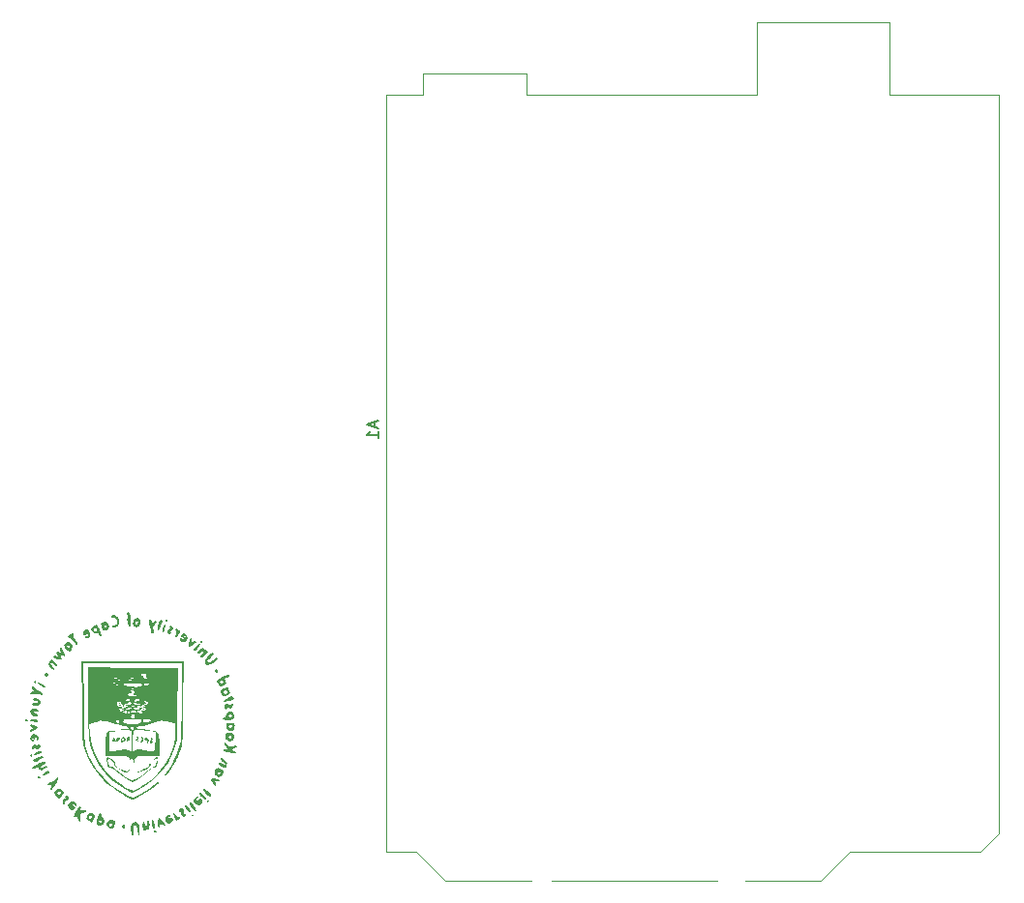
<source format=gbr>
%TF.GenerationSoftware,KiCad,Pcbnew,7.0.7*%
%TF.CreationDate,2023-09-20T14:32:49+02:00*%
%TF.ProjectId,Actuator,41637475-6174-46f7-922e-6b696361645f,v0.0*%
%TF.SameCoordinates,Original*%
%TF.FileFunction,Legend,Bot*%
%TF.FilePolarity,Positive*%
%FSLAX46Y46*%
G04 Gerber Fmt 4.6, Leading zero omitted, Abs format (unit mm)*
G04 Created by KiCad (PCBNEW 7.0.7) date 2023-09-20 14:32:49*
%MOMM*%
%LPD*%
G01*
G04 APERTURE LIST*
%ADD10C,0.150000*%
%ADD11C,0.120000*%
%ADD12R,3.716000X3.716000*%
%ADD13C,3.716000*%
%ADD14O,1.200000X2.400000*%
%ADD15R,1.700000X1.700000*%
%ADD16O,1.700000X1.700000*%
%ADD17C,1.600000*%
%ADD18O,1.600000X1.600000*%
%ADD19R,2.400000X2.400000*%
%ADD20C,2.400000*%
%ADD21R,1.600000X1.600000*%
G04 APERTURE END LIST*
D10*
X134548104Y-92434714D02*
X134548104Y-92910904D01*
X134833819Y-92339476D02*
X133833819Y-92672809D01*
X133833819Y-92672809D02*
X134833819Y-93006142D01*
X134833819Y-93863285D02*
X134833819Y-93291857D01*
X134833819Y-93577571D02*
X133833819Y-93577571D01*
X133833819Y-93577571D02*
X133976676Y-93482333D01*
X133976676Y-93482333D02*
X134071914Y-93387095D01*
X134071914Y-93387095D02*
X134119533Y-93291857D01*
%TO.C,G1*%
G36*
X111928732Y-120480000D02*
G01*
X111922823Y-120469423D01*
X111928903Y-120468396D01*
X111928732Y-120480000D01*
G37*
G36*
X113888598Y-120395334D02*
G01*
X113846123Y-120437667D01*
X113803649Y-120395334D01*
X113846123Y-120353000D01*
X113888598Y-120395334D01*
G37*
G36*
X112246235Y-117079222D02*
G01*
X112259525Y-117104689D01*
X112189602Y-117135667D01*
X112144630Y-117129557D01*
X112132969Y-117079222D01*
X112145419Y-117069089D01*
X112246235Y-117079222D01*
G37*
G36*
X112290480Y-117247163D02*
G01*
X112329800Y-117277639D01*
X112239156Y-117298316D01*
X112152994Y-117292329D01*
X112127659Y-117253847D01*
X112157713Y-117237070D01*
X112290480Y-117247163D01*
G37*
G36*
X120712610Y-114100393D02*
G01*
X120823081Y-114199656D01*
X120812010Y-114341667D01*
X120703892Y-114422958D01*
X120575138Y-114393208D01*
X120514685Y-114257000D01*
X120537857Y-114158161D01*
X120637097Y-114087667D01*
X120712610Y-114100393D01*
G37*
G36*
X119962073Y-125526408D02*
G01*
X120048174Y-125611983D01*
X120030993Y-125717524D01*
X120004544Y-125740511D01*
X119887257Y-125761434D01*
X119835087Y-125644667D01*
X119844080Y-125586318D01*
X119915023Y-125517667D01*
X119962073Y-125526408D01*
G37*
G36*
X119391305Y-111623176D02*
G01*
X119479005Y-111710650D01*
X119473589Y-111758707D01*
X119367863Y-111801667D01*
X119297727Y-111787853D01*
X119256720Y-111710650D01*
X119268256Y-111685548D01*
X119367863Y-111619634D01*
X119391305Y-111623176D01*
G37*
G36*
X118581144Y-126790127D02*
G01*
X118645789Y-126872334D01*
X118643320Y-126892571D01*
X118560839Y-126957000D01*
X118540534Y-126954540D01*
X118475889Y-126872334D01*
X118478358Y-126852096D01*
X118560839Y-126787667D01*
X118581144Y-126790127D01*
G37*
G36*
X116368288Y-109779219D02*
G01*
X116437093Y-109854334D01*
X116422717Y-109893283D01*
X116309669Y-109939000D01*
X116251050Y-109929448D01*
X116182244Y-109854334D01*
X116196620Y-109815384D01*
X116309669Y-109769667D01*
X116368288Y-109779219D01*
G37*
G36*
X115324124Y-128229458D02*
G01*
X115415049Y-128299350D01*
X115363372Y-128422254D01*
X115328005Y-128443706D01*
X115219054Y-128417229D01*
X115162846Y-128306670D01*
X115177183Y-128270067D01*
X115290271Y-128227000D01*
X115324124Y-128229458D01*
G37*
G36*
X112656306Y-127749373D02*
G01*
X112699301Y-127888334D01*
X112671051Y-128012097D01*
X112550639Y-128041549D01*
X112472596Y-128007882D01*
X112401976Y-127888334D01*
X112424258Y-127818604D01*
X112550639Y-127735118D01*
X112656306Y-127749373D01*
G37*
G36*
X105846389Y-114439060D02*
G01*
X105956860Y-114538323D01*
X105945789Y-114680334D01*
X105837671Y-114761625D01*
X105708918Y-114731875D01*
X105648465Y-114595667D01*
X105671637Y-114496828D01*
X105770876Y-114426334D01*
X105846389Y-114439060D01*
G37*
G36*
X105204683Y-123476509D02*
G01*
X105292383Y-123563984D01*
X105286967Y-123612040D01*
X105181241Y-123655000D01*
X105111105Y-123641186D01*
X105070098Y-123563984D01*
X105081634Y-123538882D01*
X105181241Y-123472967D01*
X105204683Y-123476509D01*
G37*
G36*
X104838046Y-115117995D02*
G01*
X104883916Y-115230667D01*
X104874332Y-115289090D01*
X104798966Y-115357667D01*
X104759887Y-115343339D01*
X104714016Y-115230667D01*
X104723601Y-115172243D01*
X104798966Y-115103667D01*
X104838046Y-115117995D01*
G37*
G36*
X104501013Y-121559960D02*
G01*
X104544117Y-121665334D01*
X104530256Y-121735235D01*
X104452796Y-121776106D01*
X104427610Y-121764608D01*
X104361475Y-121665334D01*
X104365029Y-121641970D01*
X104452796Y-121554561D01*
X104501013Y-121559960D01*
G37*
G36*
X104135512Y-118499886D02*
G01*
X104204317Y-118575000D01*
X104189941Y-118613949D01*
X104076893Y-118659667D01*
X104018274Y-118650115D01*
X103949468Y-118575000D01*
X103963844Y-118536051D01*
X104076893Y-118490334D01*
X104135512Y-118499886D01*
G37*
G36*
X119245113Y-111918768D02*
G01*
X119193187Y-112064024D01*
X119016199Y-112308279D01*
X118960194Y-112371839D01*
X118805363Y-112498991D01*
X118702445Y-112484667D01*
X118684649Y-112460437D01*
X118702527Y-112335554D01*
X118857627Y-112140892D01*
X119027618Y-111982085D01*
X119185437Y-111886719D01*
X119245113Y-111918768D01*
G37*
G36*
X115214825Y-127456548D02*
G01*
X115293114Y-127740167D01*
X115315277Y-127887369D01*
X115303778Y-128021578D01*
X115225890Y-128057667D01*
X115222660Y-128057602D01*
X115118834Y-127973551D01*
X115049724Y-127748108D01*
X115027783Y-127503684D01*
X115058027Y-127339094D01*
X115128418Y-127323119D01*
X115214825Y-127456548D01*
G37*
G36*
X106034090Y-123067738D02*
G01*
X106060921Y-123113975D01*
X106060977Y-123170481D01*
X105977273Y-123233889D01*
X105776219Y-123339613D01*
X105590583Y-123412535D01*
X105456716Y-123421336D01*
X105426206Y-123365307D01*
X105529408Y-123254872D01*
X105779904Y-123085851D01*
X105944634Y-123023399D01*
X106034090Y-123067738D01*
G37*
G36*
X105359369Y-121321581D02*
G01*
X105378444Y-121386690D01*
X105272258Y-121482636D01*
X105048687Y-121583752D01*
X105025800Y-121591331D01*
X104820995Y-121634275D01*
X104725697Y-121603343D01*
X104721486Y-121526364D01*
X104842170Y-121414948D01*
X105127594Y-121326656D01*
X105207153Y-121312979D01*
X105359369Y-121321581D01*
G37*
G36*
X104811706Y-118492638D02*
G01*
X104997706Y-118529027D01*
X105053816Y-118617334D01*
X105050509Y-118671054D01*
X105008964Y-118730131D01*
X104885971Y-118734424D01*
X104639685Y-118691417D01*
X104448544Y-118634711D01*
X104383286Y-118566664D01*
X104474025Y-118512457D01*
X104714016Y-118490334D01*
X104811706Y-118492638D01*
G37*
G36*
X119333090Y-124937551D02*
G01*
X119544033Y-125100391D01*
X119631123Y-125190311D01*
X119755197Y-125351081D01*
X119784293Y-125446416D01*
X119776900Y-125457740D01*
X119693477Y-125511498D01*
X119569121Y-125453299D01*
X119374476Y-125270547D01*
X119293086Y-125178632D01*
X119186401Y-124997962D01*
X119206807Y-124910505D01*
X119333090Y-124937551D01*
G37*
G36*
X118454679Y-125795102D02*
G01*
X118641295Y-125949547D01*
X118715580Y-126028084D01*
X118884950Y-126293426D01*
X118910421Y-126555551D01*
X118907506Y-126567511D01*
X118840694Y-126582386D01*
X118718983Y-126494158D01*
X118577996Y-126335335D01*
X118453354Y-126138427D01*
X118355189Y-125901722D01*
X118356722Y-125781760D01*
X118454679Y-125795102D01*
G37*
G36*
X118054255Y-126042997D02*
G01*
X118186873Y-126161612D01*
X118317782Y-126342122D01*
X118407030Y-126524462D01*
X118414664Y-126648571D01*
X118388874Y-126659274D01*
X118278216Y-126596494D01*
X118125427Y-126440629D01*
X118031216Y-126324201D01*
X117910130Y-126144385D01*
X117901937Y-126051855D01*
X118000323Y-126025667D01*
X118054255Y-126042997D01*
G37*
G36*
X116250244Y-110143165D02*
G01*
X116255090Y-110309550D01*
X116173934Y-110603699D01*
X116134882Y-110696407D01*
X116043112Y-110834396D01*
X115962199Y-110884629D01*
X115927394Y-110816656D01*
X115934113Y-110752709D01*
X115982553Y-110564251D01*
X116058029Y-110352500D01*
X116136942Y-110179759D01*
X116195690Y-110108334D01*
X116250244Y-110143165D01*
G37*
G36*
X115908661Y-109786740D02*
G01*
X115926033Y-109916008D01*
X115887458Y-110133869D01*
X115798830Y-110394327D01*
X115790970Y-110412846D01*
X115671419Y-110634136D01*
X115583002Y-110694019D01*
X115540376Y-110595668D01*
X115558195Y-110342254D01*
X115633758Y-110054900D01*
X115748578Y-109847620D01*
X115878852Y-109769667D01*
X115908661Y-109786740D01*
G37*
G36*
X105135094Y-115280717D02*
G01*
X105303367Y-115343041D01*
X105500730Y-115440970D01*
X105664855Y-115541794D01*
X105733414Y-115612803D01*
X105706823Y-115676888D01*
X105567108Y-115678362D01*
X105304447Y-115567159D01*
X105235385Y-115527071D01*
X105098165Y-115413520D01*
X105038090Y-115315030D01*
X105085916Y-115273000D01*
X105135094Y-115280717D01*
G37*
G36*
X114180095Y-120015985D02*
G01*
X114283175Y-120077910D01*
X114313348Y-120268334D01*
X114309507Y-120365830D01*
X114259481Y-120489699D01*
X114122210Y-120516383D01*
X114109238Y-120515925D01*
X114003252Y-120497599D01*
X114058498Y-120452883D01*
X114141041Y-120384433D01*
X114181853Y-120223669D01*
X114100973Y-120079130D01*
X114078232Y-120042607D01*
X114164685Y-120015630D01*
X114180095Y-120015985D01*
G37*
G36*
X112274552Y-120178297D02*
G01*
X112257383Y-120284282D01*
X112198503Y-120316150D01*
X112159683Y-120307164D01*
X112079178Y-120381709D01*
X111972749Y-120460989D01*
X111928903Y-120468396D01*
X111931742Y-120275389D01*
X111947956Y-120153594D01*
X111990648Y-120126488D01*
X112036677Y-120141608D01*
X112160548Y-120087899D01*
X112175996Y-120075567D01*
X112254098Y-120053788D01*
X112274552Y-120178297D01*
G37*
G36*
X122144391Y-116564707D02*
G01*
X122213682Y-116678262D01*
X122171823Y-116759097D01*
X122022545Y-116834424D01*
X121890031Y-116862553D01*
X121661508Y-116910882D01*
X121422610Y-116950810D01*
X121308417Y-116935988D01*
X121300432Y-116860500D01*
X121345863Y-116798505D01*
X121498648Y-116726358D01*
X121593876Y-116695927D01*
X121752847Y-116582247D01*
X121822278Y-116530486D01*
X121988120Y-116510073D01*
X122144391Y-116564707D01*
G37*
G36*
X119681306Y-124595695D02*
G01*
X119750137Y-124669387D01*
X119799195Y-124735495D01*
X119954485Y-124803558D01*
X119973436Y-124809040D01*
X120137448Y-124926939D01*
X120227474Y-125108779D01*
X120205700Y-125282471D01*
X120121561Y-125300148D01*
X119947828Y-125183026D01*
X119691858Y-124925000D01*
X119682381Y-124914466D01*
X119532543Y-124722080D01*
X119513683Y-124617748D01*
X119622712Y-124586334D01*
X119681306Y-124595695D01*
G37*
G36*
X117361489Y-110629726D02*
G01*
X117431174Y-110675437D01*
X117483884Y-110745832D01*
X117459656Y-110857870D01*
X117358062Y-111066001D01*
X117316752Y-111142875D01*
X117193214Y-111308756D01*
X117101939Y-111312830D01*
X117063007Y-111235169D01*
X117114717Y-111043344D01*
X117169426Y-110890378D01*
X117118462Y-110745459D01*
X117085726Y-110697238D01*
X117086458Y-110596617D01*
X117192846Y-110567223D01*
X117361489Y-110629726D01*
G37*
G36*
X113833140Y-119991837D02*
G01*
X113888598Y-120107570D01*
X113873622Y-120166292D01*
X113782411Y-120305899D01*
X113711321Y-120363907D01*
X113642244Y-120327725D01*
X113636588Y-120292162D01*
X113705956Y-120202011D01*
X113736978Y-120187410D01*
X113803649Y-120086948D01*
X113793133Y-120056322D01*
X113705573Y-120064752D01*
X113657528Y-120085415D01*
X113668968Y-120026034D01*
X113723160Y-119977527D01*
X113833140Y-119991837D01*
G37*
G36*
X116989075Y-126676860D02*
G01*
X117089439Y-126817913D01*
X117205184Y-126973572D01*
X117326766Y-127041667D01*
X117328344Y-127041670D01*
X117474002Y-127088725D01*
X117485327Y-127190635D01*
X117355762Y-127291016D01*
X117223413Y-127343278D01*
X117139070Y-127374967D01*
X117132162Y-127369491D01*
X117076571Y-127267071D01*
X116990971Y-127075006D01*
X116955914Y-126982312D01*
X116911806Y-126786494D01*
X116926362Y-126675532D01*
X116989075Y-126676860D01*
G37*
G36*
X115064009Y-120117339D02*
G01*
X115107837Y-120217894D01*
X115014369Y-120381653D01*
X114930640Y-120480097D01*
X114916661Y-120525482D01*
X115018596Y-120495326D01*
X115104219Y-120476430D01*
X115119770Y-120523303D01*
X115089675Y-120556029D01*
X114945458Y-120607000D01*
X114847392Y-120551647D01*
X114829345Y-120424929D01*
X114909382Y-120309813D01*
X114936190Y-120286556D01*
X114946844Y-120177817D01*
X114934735Y-120150909D01*
X114973774Y-120099000D01*
X115064009Y-120117339D01*
G37*
G36*
X111922823Y-120469423D02*
G01*
X111776689Y-120494111D01*
X111765787Y-120494068D01*
X111597931Y-120478907D01*
X111543116Y-120444722D01*
X111569204Y-120385211D01*
X111597890Y-120310667D01*
X111679903Y-120310667D01*
X111722378Y-120353000D01*
X111764853Y-120310667D01*
X111722378Y-120268334D01*
X111679903Y-120310667D01*
X111597890Y-120310667D01*
X111630472Y-120226000D01*
X111673018Y-120127158D01*
X111723096Y-120127504D01*
X111810460Y-120268334D01*
X111834115Y-120310667D01*
X111922823Y-120469423D01*
G37*
G36*
X105523107Y-121798964D02*
G01*
X105496437Y-121883662D01*
X105316428Y-121984663D01*
X105297204Y-121992072D01*
X105124678Y-122077853D01*
X105053816Y-122149562D01*
X105001178Y-122193007D01*
X104841441Y-122215667D01*
X104812885Y-122214927D01*
X104659581Y-122164123D01*
X104634077Y-122062791D01*
X104726183Y-121952259D01*
X104925711Y-121873855D01*
X104926367Y-121873725D01*
X105030482Y-121846511D01*
X105220998Y-121793110D01*
X105412287Y-121762380D01*
X105523107Y-121798964D01*
G37*
G36*
X104687998Y-119030802D02*
G01*
X104849867Y-119095026D01*
X105007185Y-119208290D01*
X104998290Y-119325989D01*
X104825460Y-119455161D01*
X104625894Y-119547179D01*
X104480404Y-119587610D01*
X104386697Y-119553493D01*
X104398634Y-119456648D01*
X104522879Y-119346901D01*
X104578949Y-119314577D01*
X104626466Y-119258996D01*
X104522879Y-119206636D01*
X104443417Y-119158427D01*
X104374217Y-119036041D01*
X104391583Y-118977687D01*
X104482411Y-118969703D01*
X104687998Y-119030802D01*
G37*
G36*
X118537988Y-111417123D02*
G01*
X118519236Y-111620403D01*
X118500823Y-111701533D01*
X118501883Y-111785107D01*
X118571818Y-111738167D01*
X118704858Y-111653956D01*
X118840403Y-111638887D01*
X118900639Y-111709206D01*
X118896460Y-111725103D01*
X118802775Y-111828099D01*
X118624552Y-111956192D01*
X118482322Y-112040790D01*
X118305907Y-112118582D01*
X118227787Y-112082770D01*
X118234119Y-111918020D01*
X118311057Y-111608999D01*
X118397152Y-111411073D01*
X118485196Y-111346684D01*
X118537988Y-111417123D01*
G37*
G36*
X114612055Y-120101621D02*
G01*
X114711397Y-120167080D01*
X114738097Y-120353000D01*
X114738089Y-120356289D01*
X114710034Y-120533470D01*
X114643938Y-120607000D01*
X114592193Y-120561605D01*
X114603081Y-120395334D01*
X114618433Y-120253401D01*
X114564802Y-120183667D01*
X114533371Y-120190355D01*
X114525722Y-120268334D01*
X114538996Y-120301130D01*
X114488261Y-120353000D01*
X114446819Y-120338630D01*
X114398297Y-120226000D01*
X114429832Y-120151940D01*
X114568197Y-120099000D01*
X114612055Y-120101621D01*
G37*
G36*
X120535923Y-123699564D02*
G01*
X120743250Y-123735796D01*
X120893174Y-123776658D01*
X120933716Y-123827288D01*
X120898317Y-123906811D01*
X120831414Y-123951582D01*
X120670145Y-123946766D01*
X120599001Y-123926767D01*
X120541896Y-123944757D01*
X120596273Y-124072071D01*
X120644154Y-124203792D01*
X120637031Y-124340525D01*
X120615497Y-124354553D01*
X120515899Y-124298666D01*
X120378253Y-124131600D01*
X120351439Y-124091939D01*
X120210334Y-123853997D01*
X120189494Y-123721761D01*
X120295747Y-123676521D01*
X120535923Y-123699564D01*
G37*
G36*
X119722078Y-112407832D02*
G01*
X119922457Y-112595450D01*
X119649572Y-112876057D01*
X119597939Y-112927454D01*
X119407165Y-113073452D01*
X119292698Y-113072953D01*
X119278568Y-112962010D01*
X119408966Y-112776789D01*
X119524013Y-112628015D01*
X119551001Y-112517479D01*
X119468976Y-112511374D01*
X119297513Y-112634663D01*
X119203072Y-112713029D01*
X119072389Y-112767798D01*
X119038218Y-112698182D01*
X119122531Y-112518738D01*
X119125992Y-112513500D01*
X119314574Y-112312132D01*
X119509182Y-112277665D01*
X119722078Y-112407832D01*
G37*
G36*
X122056150Y-117101966D02*
G01*
X122124287Y-117241348D01*
X122102536Y-117414716D01*
X122000226Y-117528796D01*
X121912122Y-117538798D01*
X121745376Y-117473439D01*
X121735165Y-117465083D01*
X121641721Y-117416509D01*
X121619033Y-117506300D01*
X121592906Y-117610487D01*
X121507439Y-117631891D01*
X121418413Y-117516667D01*
X121404026Y-117310967D01*
X121505352Y-117174423D01*
X121672883Y-117139294D01*
X121856893Y-117237267D01*
X121936468Y-117287147D01*
X121958833Y-117189937D01*
X121973549Y-117115477D01*
X122043782Y-117093334D01*
X122056150Y-117101966D01*
G37*
G36*
X107647080Y-125210495D02*
G01*
X107744789Y-125293183D01*
X107765369Y-125443167D01*
X107690363Y-125580994D01*
X107537434Y-125637820D01*
X107508049Y-125637249D01*
X107390499Y-125670646D01*
X107397686Y-125796003D01*
X107412865Y-125907326D01*
X107335138Y-125922795D01*
X107262120Y-125851791D01*
X107220037Y-125679945D01*
X107262536Y-125517747D01*
X107424945Y-125446480D01*
X107455664Y-125441806D01*
X107561537Y-125404627D01*
X107512355Y-125345250D01*
X107506230Y-125341379D01*
X107439889Y-125251128D01*
X107500494Y-125193842D01*
X107647080Y-125210495D01*
G37*
G36*
X117660618Y-126296952D02*
G01*
X117799534Y-126368827D01*
X117835892Y-126548733D01*
X117846076Y-126701658D01*
X117878367Y-126771540D01*
X117918898Y-126769337D01*
X118017837Y-126803486D01*
X117966190Y-126914667D01*
X117897766Y-126984186D01*
X117796291Y-127041667D01*
X117683169Y-126985749D01*
X117599104Y-126821356D01*
X117594840Y-126613928D01*
X117605913Y-126561349D01*
X117609749Y-126473791D01*
X117553429Y-126531215D01*
X117451692Y-126608182D01*
X117386378Y-126555068D01*
X117403142Y-126404380D01*
X117466270Y-126327105D01*
X117647249Y-126294895D01*
X117660618Y-126296952D01*
G37*
G36*
X108161635Y-110978235D02*
G01*
X108164819Y-111085691D01*
X108159754Y-111138820D01*
X108212616Y-111322848D01*
X108333673Y-111546471D01*
X108397809Y-111652087D01*
X108485340Y-111851125D01*
X108492714Y-111973532D01*
X108453319Y-111989041D01*
X108333049Y-111902079D01*
X108156968Y-111684140D01*
X108035661Y-111525189D01*
X107903295Y-111382245D01*
X107832434Y-111346533D01*
X107802934Y-111361044D01*
X107681357Y-111332363D01*
X107674510Y-111327868D01*
X107652950Y-111244036D01*
X107781892Y-111114101D01*
X107872786Y-111050604D01*
X108053371Y-110967350D01*
X108161635Y-110978235D01*
G37*
G36*
X106837762Y-123660992D02*
G01*
X106801667Y-123770705D01*
X106702234Y-123983124D01*
X106561675Y-124249090D01*
X106428459Y-124471511D01*
X106289532Y-124644166D01*
X106202766Y-124664318D01*
X106168379Y-124592741D01*
X106224723Y-124414887D01*
X106267407Y-124340894D01*
X106265294Y-124263618D01*
X106121422Y-124247667D01*
X105966503Y-124233921D01*
X105874839Y-124179129D01*
X105935275Y-124107914D01*
X106144597Y-124047983D01*
X106411333Y-123962491D01*
X106582157Y-123783408D01*
X106590748Y-123767745D01*
X106706006Y-123613528D01*
X106799330Y-123572682D01*
X106837762Y-123660992D01*
G37*
G36*
X116809432Y-110398238D02*
G01*
X116861843Y-110543454D01*
X116819340Y-110662878D01*
X116670705Y-110783028D01*
X116628242Y-110800589D01*
X116550852Y-110848294D01*
X116628230Y-110864967D01*
X116706532Y-110880575D01*
X116776893Y-110955000D01*
X116724165Y-111010684D01*
X116564518Y-111039667D01*
X116521129Y-111038556D01*
X116386208Y-110987776D01*
X116352144Y-110825272D01*
X116382752Y-110675517D01*
X116543281Y-110534305D01*
X116643324Y-110480870D01*
X116623217Y-110452367D01*
X116579661Y-110441809D01*
X116562225Y-110366031D01*
X116581257Y-110342275D01*
X116694670Y-110318604D01*
X116809432Y-110398238D01*
G37*
G36*
X115733173Y-127175293D02*
G01*
X115866373Y-127309061D01*
X116012218Y-127478898D01*
X116130237Y-127638150D01*
X116179959Y-127740167D01*
X116179998Y-127746347D01*
X116124663Y-127804338D01*
X116003524Y-127768567D01*
X115875749Y-127655500D01*
X115826367Y-127592853D01*
X115772058Y-127562090D01*
X115760196Y-127683722D01*
X115748620Y-127793720D01*
X115700861Y-127916556D01*
X115679660Y-127936392D01*
X115589740Y-127965968D01*
X115552991Y-127846313D01*
X115566858Y-127570834D01*
X115582657Y-127440393D01*
X115617392Y-127228855D01*
X115647909Y-127126875D01*
X115653092Y-127124245D01*
X115733173Y-127175293D01*
G37*
G36*
X113117343Y-120204834D02*
G01*
X113115941Y-120242420D01*
X113096529Y-120372197D01*
X113064585Y-120364587D01*
X113016737Y-120292574D01*
X112948486Y-120362135D01*
X112904390Y-120419995D01*
X112838919Y-120434017D01*
X112820961Y-120333228D01*
X112864721Y-120153076D01*
X112909439Y-120054965D01*
X112972300Y-120054965D01*
X112982467Y-120155445D01*
X113008018Y-120168690D01*
X113039100Y-120099000D01*
X113032969Y-120054178D01*
X112982467Y-120042556D01*
X112972300Y-120054965D01*
X112909439Y-120054965D01*
X112913340Y-120046407D01*
X113014481Y-119939663D01*
X113090910Y-119994198D01*
X113104062Y-120099000D01*
X113117343Y-120204834D01*
G37*
G36*
X112942512Y-109093905D02*
G01*
X113034128Y-109130382D01*
X113094419Y-109239593D01*
X113135201Y-109453720D01*
X113168288Y-109804948D01*
X113181649Y-110006429D01*
X113182100Y-110226866D01*
X113150860Y-110334145D01*
X113082698Y-110362334D01*
X112993021Y-110311791D01*
X112954150Y-110113330D01*
X112930870Y-109926682D01*
X112870940Y-109813072D01*
X112836774Y-109750136D01*
X112892178Y-109585346D01*
X112905474Y-109562434D01*
X112953788Y-109431436D01*
X112890438Y-109370549D01*
X112882728Y-109367550D01*
X112794499Y-109270414D01*
X112804102Y-109150794D01*
X112906662Y-109092334D01*
X112942512Y-109093905D01*
G37*
G36*
X105146334Y-120608540D02*
G01*
X105237791Y-120693394D01*
X105266443Y-120850324D01*
X105214779Y-120998732D01*
X105177141Y-121038600D01*
X104999959Y-121109671D01*
X104815956Y-121013400D01*
X104739091Y-120954496D01*
X104714016Y-121013400D01*
X104708740Y-121048564D01*
X104629067Y-121115000D01*
X104571611Y-121084819D01*
X104544978Y-120963116D01*
X104581441Y-120816922D01*
X104672623Y-120721871D01*
X104760727Y-120711869D01*
X104927473Y-120777228D01*
X104937684Y-120785584D01*
X105031128Y-120834158D01*
X105053816Y-120744367D01*
X105063827Y-120676373D01*
X105129677Y-120607000D01*
X105146334Y-120608540D01*
G37*
G36*
X104889607Y-117586932D02*
G01*
X105065146Y-117648830D01*
X105138766Y-117729947D01*
X105135647Y-117741850D01*
X105034938Y-117792460D01*
X104836428Y-117813000D01*
X104663160Y-117827863D01*
X104586851Y-117878346D01*
X104663368Y-117946368D01*
X104887778Y-118012737D01*
X104905371Y-118016455D01*
X105062631Y-118077801D01*
X105096907Y-118150672D01*
X105080235Y-118171371D01*
X104926890Y-118230130D01*
X104713244Y-118215344D01*
X104515286Y-118129747D01*
X104437634Y-118036177D01*
X104399862Y-117848712D01*
X104450293Y-117670057D01*
X104580453Y-117572669D01*
X104680129Y-117563402D01*
X104889607Y-117586932D01*
G37*
G36*
X104688740Y-115653205D02*
G01*
X104893726Y-115822095D01*
X105021181Y-115929150D01*
X105219321Y-116066100D01*
X105351385Y-116119667D01*
X105414614Y-116137809D01*
X105478565Y-116255845D01*
X105475815Y-116293517D01*
X105415725Y-116354649D01*
X105244953Y-116328706D01*
X104884883Y-116275918D01*
X104472090Y-116331262D01*
X104358337Y-116341687D01*
X104304259Y-116286717D01*
X104364843Y-116183538D01*
X104531848Y-116068403D01*
X104597601Y-116033240D01*
X104664929Y-115959467D01*
X104593901Y-115871713D01*
X104533831Y-115796088D01*
X104516257Y-115646571D01*
X104570328Y-115600807D01*
X104688740Y-115653205D01*
G37*
G36*
X121118186Y-121929007D02*
G01*
X121300471Y-122013640D01*
X121419305Y-122077197D01*
X121594642Y-122206130D01*
X121642482Y-122339554D01*
X121586239Y-122518867D01*
X121536337Y-122621298D01*
X121462574Y-122703478D01*
X121343671Y-122701990D01*
X121122011Y-122630718D01*
X121102865Y-122623739D01*
X120926814Y-122522276D01*
X120854485Y-122409993D01*
X120879917Y-122333772D01*
X121003147Y-122343214D01*
X121175086Y-122408388D01*
X121381014Y-122455059D01*
X121449134Y-122408465D01*
X121392876Y-122328180D01*
X121236759Y-122231072D01*
X121094185Y-122132210D01*
X121024384Y-122003641D01*
X121040308Y-121928021D01*
X121118186Y-121929007D01*
G37*
G36*
X112700210Y-120351307D02*
G01*
X112600651Y-120446781D01*
X112383433Y-120499496D01*
X112377226Y-120499439D01*
X112246616Y-120487067D01*
X112253314Y-120460690D01*
X112309872Y-120416581D01*
X112358821Y-120268334D01*
X112444451Y-120268334D01*
X112460381Y-120366754D01*
X112529401Y-120437667D01*
X112578776Y-120405914D01*
X112614351Y-120268334D01*
X112598421Y-120169913D01*
X112529401Y-120099000D01*
X112480026Y-120130753D01*
X112444451Y-120268334D01*
X112358821Y-120268334D01*
X112359501Y-120266275D01*
X112387304Y-120129790D01*
X112499837Y-120042622D01*
X112658762Y-120100602D01*
X112726142Y-120186952D01*
X112713302Y-120268334D01*
X112700210Y-120351307D01*
G37*
G36*
X108099309Y-112185000D02*
G01*
X107971419Y-112408833D01*
X107822339Y-112538158D01*
X107689308Y-112534956D01*
X107517361Y-112394334D01*
X107402178Y-112251730D01*
X107372924Y-112112151D01*
X107617319Y-112112151D01*
X107632292Y-112165687D01*
X107717675Y-112274715D01*
X107812403Y-112271521D01*
X107857160Y-112147389D01*
X107833791Y-112042220D01*
X107723507Y-111971000D01*
X107653913Y-111991314D01*
X107617319Y-112112151D01*
X107372924Y-112112151D01*
X107359576Y-112048466D01*
X107480954Y-111850048D01*
X107591941Y-111759559D01*
X107761803Y-111732168D01*
X107956659Y-111857122D01*
X108058555Y-111975690D01*
X108091986Y-112147389D01*
X108099309Y-112185000D01*
G37*
G36*
X114044612Y-110109891D02*
G01*
X113925005Y-110313953D01*
X113812784Y-110414778D01*
X113707179Y-110434410D01*
X113543214Y-110359355D01*
X113439606Y-110261162D01*
X113377345Y-110055631D01*
X113390957Y-109975053D01*
X113582945Y-109975053D01*
X113586699Y-110100956D01*
X113609692Y-110131521D01*
X113714624Y-110193000D01*
X113805165Y-110130378D01*
X113840839Y-109996687D01*
X113792537Y-109889822D01*
X113676619Y-109883800D01*
X113582945Y-109975053D01*
X113390957Y-109975053D01*
X113413946Y-109838973D01*
X113548799Y-109685000D01*
X113565834Y-109676355D01*
X113778486Y-109642698D01*
X113946041Y-109731947D01*
X114043187Y-109901784D01*
X114043837Y-109996687D01*
X114044612Y-110109891D01*
G37*
G36*
X111822679Y-109391241D02*
G01*
X112014478Y-109510460D01*
X112066741Y-109572187D01*
X112174024Y-109838604D01*
X112167875Y-110132888D01*
X112045627Y-110380561D01*
X112007153Y-110417338D01*
X111822093Y-110503717D01*
X111640225Y-110490390D01*
X111528884Y-110377726D01*
X111525127Y-110327216D01*
X111607180Y-110281925D01*
X111723096Y-110291841D01*
X111882885Y-110248396D01*
X111962958Y-110094645D01*
X111974524Y-110039955D01*
X111953780Y-109806566D01*
X111827761Y-109654004D01*
X111625797Y-109623272D01*
X111600287Y-109627830D01*
X111462836Y-109622366D01*
X111443047Y-109525876D01*
X111479349Y-109446405D01*
X111624962Y-109370411D01*
X111822679Y-109391241D01*
G37*
G36*
X109941246Y-127259678D02*
G01*
X109816636Y-127556917D01*
X109558972Y-127424118D01*
X109413188Y-127314302D01*
X109316439Y-127122628D01*
X109323740Y-127022991D01*
X109518713Y-127022991D01*
X109525424Y-127171092D01*
X109606680Y-127236622D01*
X109719631Y-127176383D01*
X109771414Y-127075924D01*
X109756330Y-126935359D01*
X109645182Y-126872334D01*
X109611980Y-126882537D01*
X109530630Y-126985845D01*
X109518713Y-127022991D01*
X109323740Y-127022991D01*
X109330821Y-126926361D01*
X109437987Y-126767925D01*
X109619593Y-126689743D01*
X109857294Y-126734238D01*
X109977516Y-126796177D01*
X110049288Y-126881159D01*
X110034494Y-127018735D01*
X110012361Y-127075924D01*
X109941246Y-127259678D01*
G37*
G36*
X104862203Y-116667628D02*
G01*
X105059690Y-116733883D01*
X105258070Y-116877138D01*
X105300919Y-117053732D01*
X105181133Y-117250678D01*
X105153532Y-117275922D01*
X105004330Y-117335699D01*
X104778183Y-117299059D01*
X104754142Y-117292216D01*
X104567192Y-117241227D01*
X104475952Y-117220334D01*
X104470089Y-117212732D01*
X104506931Y-117127137D01*
X104610712Y-117075838D01*
X104809269Y-117082687D01*
X104844145Y-117089192D01*
X105006870Y-117090180D01*
X105053816Y-117006550D01*
X105011325Y-116925165D01*
X104841441Y-116881667D01*
X104701310Y-116856802D01*
X104629067Y-116745488D01*
X104631252Y-116712139D01*
X104690725Y-116646304D01*
X104862203Y-116667628D01*
G37*
G36*
X122209531Y-120149420D02*
G01*
X122111742Y-120336067D01*
X122049793Y-120385077D01*
X121828794Y-120430042D01*
X121582744Y-120325645D01*
X121550874Y-120300320D01*
X121470177Y-120163147D01*
X121479013Y-120056667D01*
X121703983Y-120056667D01*
X121731743Y-120133954D01*
X121849786Y-120184556D01*
X121984840Y-120129524D01*
X122012703Y-120076567D01*
X121965441Y-119976538D01*
X121826394Y-119929667D01*
X121769413Y-119944360D01*
X121703983Y-120056667D01*
X121479013Y-120056667D01*
X121488308Y-119944645D01*
X121506580Y-119873235D01*
X121592996Y-119721948D01*
X121751794Y-119679203D01*
X122022545Y-119729031D01*
X122108041Y-119774414D01*
X122204918Y-119939203D01*
X122207932Y-120076567D01*
X122209531Y-120149420D01*
G37*
G36*
X121222263Y-123319856D02*
G01*
X121222240Y-123319902D01*
X121057765Y-123519453D01*
X120858254Y-123560250D01*
X120648178Y-123437286D01*
X120578559Y-123350583D01*
X120542067Y-123189334D01*
X120769535Y-123189334D01*
X120784336Y-123248561D01*
X120896960Y-123316334D01*
X120956385Y-123301582D01*
X121024384Y-123189334D01*
X121009583Y-123130106D01*
X120896960Y-123062334D01*
X120837534Y-123077085D01*
X120769535Y-123189334D01*
X120542067Y-123189334D01*
X120525759Y-123117273D01*
X120637850Y-122865141D01*
X120676955Y-122817467D01*
X120789805Y-122755650D01*
X120953710Y-122812875D01*
X121136893Y-122913151D01*
X121272323Y-123024602D01*
X121292889Y-123145274D01*
X121275065Y-123189334D01*
X121222263Y-123319856D01*
G37*
G36*
X114937291Y-109799076D02*
G01*
X114992946Y-109939000D01*
X115019728Y-110065188D01*
X115103315Y-110099242D01*
X115193566Y-109981334D01*
X115268372Y-109882228D01*
X115368660Y-109860737D01*
X115417695Y-109946812D01*
X115370428Y-110071641D01*
X115254549Y-110246007D01*
X115241015Y-110263469D01*
X115139008Y-110469692D01*
X115163669Y-110703861D01*
X115180596Y-110767060D01*
X115192282Y-110913984D01*
X115120166Y-110955000D01*
X115055000Y-110940249D01*
X114989002Y-110859505D01*
X114930664Y-110678088D01*
X114865521Y-110362334D01*
X114862634Y-110346920D01*
X114812621Y-110101987D01*
X114768505Y-109917834D01*
X114763382Y-109826720D01*
X114859797Y-109769667D01*
X114937291Y-109799076D01*
G37*
G36*
X114749788Y-127396294D02*
G01*
X114806625Y-127508045D01*
X114823047Y-127754278D01*
X114819318Y-127858663D01*
X114785293Y-128063838D01*
X114727284Y-128160037D01*
X114628877Y-128182538D01*
X114429960Y-128208477D01*
X114376495Y-128211460D01*
X114278277Y-128186558D01*
X114236882Y-128078794D01*
X114228398Y-127845052D01*
X114228449Y-127829916D01*
X114250167Y-127583224D01*
X114300860Y-127476073D01*
X114365242Y-127518115D01*
X114428030Y-127719000D01*
X114428839Y-127722974D01*
X114493145Y-127899695D01*
X114575527Y-127973000D01*
X114633785Y-127900068D01*
X114616277Y-127676667D01*
X114596347Y-127548055D01*
X114608408Y-127415510D01*
X114691772Y-127380334D01*
X114749788Y-127396294D01*
G37*
G36*
X111247059Y-110553574D02*
G01*
X111052200Y-110702417D01*
X110999169Y-110722487D01*
X110819782Y-110749925D01*
X110707274Y-110657302D01*
X110624447Y-110420063D01*
X110603733Y-110334151D01*
X110845413Y-110334151D01*
X110860386Y-110387687D01*
X110945769Y-110496715D01*
X111040497Y-110493521D01*
X111085254Y-110369389D01*
X111061885Y-110264220D01*
X110951600Y-110193000D01*
X110882007Y-110213314D01*
X110845413Y-110334151D01*
X110603733Y-110334151D01*
X110589648Y-110275736D01*
X110578153Y-110118205D01*
X110654068Y-110038179D01*
X110844952Y-109980754D01*
X110900028Y-109968753D01*
X111070786Y-109984777D01*
X111207742Y-110131275D01*
X111292101Y-110340361D01*
X111285969Y-110369389D01*
X111247059Y-110553574D01*
G37*
G36*
X107271048Y-125019813D02*
G01*
X107124231Y-125190294D01*
X106887585Y-125436475D01*
X106677363Y-125226954D01*
X106564198Y-125101542D01*
X106516888Y-124972330D01*
X106752812Y-124972330D01*
X106765325Y-125026770D01*
X106871149Y-125094334D01*
X106881675Y-125093925D01*
X106999387Y-125026937D01*
X107052018Y-124900836D01*
X107003952Y-124795715D01*
X106940850Y-124773939D01*
X106811192Y-124824309D01*
X106752812Y-124972330D01*
X106516888Y-124972330D01*
X106514920Y-124966954D01*
X106565681Y-124801883D01*
X106650758Y-124683036D01*
X106850366Y-124586210D01*
X107070677Y-124612480D01*
X107248785Y-124765223D01*
X107252288Y-124770845D01*
X107307809Y-124900217D01*
X107307619Y-124900836D01*
X107271048Y-125019813D01*
G37*
G36*
X106276511Y-113262186D02*
G01*
X106408660Y-113354745D01*
X106563357Y-113491890D01*
X106692531Y-113630594D01*
X106748112Y-113727834D01*
X106748298Y-113732427D01*
X106729019Y-113819008D01*
X106640183Y-113807763D01*
X106449848Y-113695198D01*
X106282490Y-113616019D01*
X106176750Y-113619786D01*
X106187295Y-113698220D01*
X106306826Y-113810916D01*
X106433551Y-113925343D01*
X106497963Y-114055660D01*
X106497340Y-114077383D01*
X106450903Y-114164171D01*
X106326264Y-114112394D01*
X106117091Y-113919792D01*
X106028416Y-113826388D01*
X105933363Y-113699638D01*
X105939778Y-113602998D01*
X106036580Y-113475292D01*
X106154887Y-113332507D01*
X106216760Y-113252252D01*
X106276511Y-113262186D01*
G37*
G36*
X122258380Y-119240171D02*
G01*
X122193924Y-119400500D01*
X122038162Y-119488962D01*
X121819633Y-119493264D01*
X121636023Y-119404734D01*
X121568507Y-119277617D01*
X121543916Y-119126493D01*
X121763208Y-119126493D01*
X121771449Y-119152873D01*
X121865306Y-119229742D01*
X121984803Y-119220443D01*
X122043782Y-119125334D01*
X122021455Y-119047473D01*
X121895120Y-119014452D01*
X121818022Y-119042868D01*
X121763208Y-119126493D01*
X121543916Y-119126493D01*
X121534083Y-119066067D01*
X121535547Y-118994072D01*
X121566783Y-118882567D01*
X121674661Y-118837443D01*
X121905739Y-118829000D01*
X122013769Y-118829869D01*
X122191338Y-118849388D01*
X122264080Y-118916999D01*
X122278657Y-119061834D01*
X122271437Y-119125334D01*
X122258380Y-119240171D01*
G37*
G36*
X120365425Y-112649769D02*
G01*
X120448373Y-112706216D01*
X120383534Y-112844066D01*
X120171325Y-113062255D01*
X119994793Y-113235590D01*
X119898894Y-113383340D01*
X119913871Y-113491984D01*
X119929222Y-113512983D01*
X120005278Y-113549566D01*
X120129968Y-113496101D01*
X120340527Y-113339258D01*
X120577721Y-113176564D01*
X120741962Y-113114170D01*
X120804602Y-113148975D01*
X120747031Y-113269800D01*
X120550635Y-113465466D01*
X120388116Y-113587077D01*
X120105179Y-113719350D01*
X119875559Y-113723800D01*
X119721485Y-113603078D01*
X119665187Y-113359838D01*
X119700775Y-113252613D01*
X119830440Y-113063827D01*
X120010688Y-112866592D01*
X120194182Y-112711297D01*
X120333583Y-112648334D01*
X120365425Y-112649769D01*
G37*
G36*
X111770071Y-127784353D02*
G01*
X111743807Y-127878808D01*
X111678137Y-128039923D01*
X111581580Y-128089034D01*
X111403451Y-128064931D01*
X111364905Y-128055946D01*
X111156319Y-127934790D01*
X111090005Y-127730371D01*
X111093111Y-127720230D01*
X111295093Y-127720230D01*
X111317640Y-127837723D01*
X111423542Y-127885998D01*
X111542633Y-127824644D01*
X111594953Y-127662556D01*
X111583432Y-127614112D01*
X111476617Y-127549667D01*
X111369793Y-127596635D01*
X111295093Y-127720230D01*
X111093111Y-127720230D01*
X111172703Y-127460346D01*
X111209702Y-127399813D01*
X111329331Y-127316326D01*
X111532880Y-127329860D01*
X111705985Y-127367767D01*
X111814830Y-127427988D01*
X111827302Y-127549816D01*
X111799792Y-127662556D01*
X111770071Y-127784353D01*
G37*
G36*
X113766232Y-127581937D02*
G01*
X113896958Y-127800824D01*
X113956550Y-128173348D01*
X113959910Y-128398232D01*
X113934127Y-128594081D01*
X113884591Y-128634227D01*
X113825151Y-128514438D01*
X113769655Y-128230480D01*
X113745166Y-128084426D01*
X113685467Y-127864913D01*
X113621788Y-127753966D01*
X113553454Y-127733757D01*
X113459608Y-127810375D01*
X113412761Y-128006155D01*
X113424184Y-128290500D01*
X113444461Y-128495566D01*
X113422281Y-128618269D01*
X113341630Y-128650334D01*
X113316392Y-128647953D01*
X113250897Y-128591017D01*
X113218016Y-128432798D01*
X113209000Y-128139605D01*
X113212132Y-127924502D01*
X113234913Y-127724283D01*
X113292621Y-127616282D01*
X113400137Y-127554992D01*
X113564454Y-127516779D01*
X113766232Y-127581937D01*
G37*
G36*
X110827416Y-127639900D02*
G01*
X110695228Y-127760367D01*
X110473319Y-127799015D01*
X110241525Y-127724346D01*
X110195067Y-127683903D01*
X110168907Y-127590324D01*
X110195377Y-127419595D01*
X110195920Y-127417670D01*
X110405655Y-127417670D01*
X110419772Y-127498402D01*
X110502237Y-127595278D01*
X110606181Y-127575587D01*
X110654753Y-127492308D01*
X110639936Y-127358805D01*
X110533080Y-127295667D01*
X110473765Y-127309782D01*
X110405655Y-127417670D01*
X110195920Y-127417670D01*
X110276927Y-127130626D01*
X110364722Y-126883967D01*
X110456414Y-126703059D01*
X110526006Y-126645934D01*
X110570450Y-126685467D01*
X110590965Y-126826745D01*
X110614803Y-126950791D01*
X110739628Y-127097929D01*
X110839758Y-127186923D01*
X110909770Y-127384212D01*
X110874954Y-127492308D01*
X110827416Y-127639900D01*
G37*
G36*
X122239863Y-118329627D02*
G01*
X122206591Y-118462941D01*
X122090014Y-118517531D01*
X122056544Y-118523914D01*
X121768924Y-118559582D01*
X121513477Y-118562477D01*
X121317742Y-118538449D01*
X121209256Y-118493349D01*
X121215557Y-118433027D01*
X121364184Y-118363334D01*
X121466974Y-118299077D01*
X121504138Y-118194000D01*
X121703983Y-118194000D01*
X121735517Y-118268061D01*
X121873883Y-118321000D01*
X121972960Y-118297428D01*
X122043782Y-118194000D01*
X122012248Y-118119940D01*
X121873883Y-118067000D01*
X121774805Y-118090572D01*
X121703983Y-118194000D01*
X121504138Y-118194000D01*
X121534083Y-118109334D01*
X121534084Y-118108806D01*
X121604951Y-117925676D01*
X121786845Y-117832557D01*
X122034825Y-117852500D01*
X122152487Y-117945714D01*
X122229719Y-118193266D01*
X122229774Y-118194000D01*
X122239863Y-118329627D01*
G37*
G36*
X121873883Y-116150386D02*
G01*
X121846498Y-116203000D01*
X121740390Y-116325286D01*
X121669477Y-116377787D01*
X121478161Y-116445543D01*
X121285847Y-116454308D01*
X121168568Y-116394834D01*
X121132846Y-116301266D01*
X121081047Y-116114628D01*
X121080953Y-116113771D01*
X121321709Y-116113771D01*
X121337590Y-116185290D01*
X121437638Y-116268619D01*
X121560630Y-116234320D01*
X121619753Y-116123281D01*
X121589624Y-116002784D01*
X121470371Y-115966452D01*
X121392323Y-115999239D01*
X121321709Y-116113771D01*
X121080953Y-116113771D01*
X121065673Y-115974794D01*
X121134495Y-115876488D01*
X121330512Y-115789356D01*
X121384152Y-115770620D01*
X121569207Y-115716781D01*
X121656361Y-115709728D01*
X121683594Y-115749821D01*
X121762236Y-115894036D01*
X121839203Y-116054981D01*
X121864030Y-116123281D01*
X121873883Y-116150386D01*
G37*
G36*
X110466554Y-110672354D02*
G01*
X110546161Y-110894274D01*
X110604623Y-111110879D01*
X110609346Y-111223004D01*
X110542579Y-111264743D01*
X110449965Y-111210447D01*
X110405655Y-111075390D01*
X110364235Y-110994719D01*
X110205493Y-111001844D01*
X110050850Y-111005023D01*
X109868549Y-110909674D01*
X109751859Y-110741923D01*
X109736977Y-110611337D01*
X109980906Y-110611337D01*
X109994579Y-110708605D01*
X110066456Y-110828370D01*
X110089379Y-110837850D01*
X110175054Y-110794274D01*
X110221035Y-110669787D01*
X110195795Y-110535721D01*
X110129091Y-110464329D01*
X110026958Y-110469879D01*
X109980906Y-110611337D01*
X109736977Y-110611337D01*
X109730013Y-110550232D01*
X109832244Y-110383063D01*
X110033561Y-110253760D01*
X110194010Y-110246506D01*
X110329481Y-110381997D01*
X110465342Y-110669787D01*
X110466554Y-110672354D01*
G37*
G36*
X108335568Y-126246572D02*
G01*
X108235464Y-126335364D01*
X108104441Y-126424163D01*
X108004041Y-126434607D01*
X107851576Y-126361355D01*
X107714034Y-126219322D01*
X107712647Y-126150965D01*
X107960260Y-126150965D01*
X107970427Y-126251445D01*
X107995978Y-126264690D01*
X108027060Y-126195000D01*
X108020929Y-126150178D01*
X107970427Y-126138556D01*
X107960260Y-126150965D01*
X107712647Y-126150965D01*
X107710046Y-126022791D01*
X107850840Y-125819701D01*
X108004619Y-125724512D01*
X108220818Y-125722345D01*
X108397224Y-125873439D01*
X108423996Y-125922562D01*
X108438639Y-126056294D01*
X108358748Y-126090134D01*
X108233367Y-125989381D01*
X108141733Y-125898050D01*
X108054300Y-125885628D01*
X108069686Y-125966910D01*
X108193113Y-126083311D01*
X108311032Y-126172701D01*
X108318439Y-126195000D01*
X108335568Y-126246572D01*
G37*
G36*
X119403999Y-125758440D02*
G01*
X119308398Y-125924067D01*
X119159213Y-126012503D01*
X118952706Y-125989445D01*
X118769135Y-125819678D01*
X118745113Y-125771667D01*
X119070538Y-125771667D01*
X119071512Y-125790828D01*
X119108000Y-125856334D01*
X119121626Y-125852437D01*
X119197963Y-125771667D01*
X119211237Y-125738870D01*
X119160502Y-125687000D01*
X119135844Y-125690254D01*
X119070538Y-125771667D01*
X118745113Y-125771667D01*
X118716778Y-125715038D01*
X118702766Y-125496461D01*
X118807625Y-125330394D01*
X119009815Y-125266360D01*
X119111629Y-125270103D01*
X119145128Y-125300054D01*
X119034265Y-125392485D01*
X118941213Y-125486140D01*
X118926024Y-125571190D01*
X118979100Y-125584148D01*
X119107239Y-125522443D01*
X119190180Y-125473927D01*
X119321606Y-125486882D01*
X119400640Y-125597215D01*
X119403591Y-125738870D01*
X119403999Y-125758440D01*
G37*
G36*
X121515008Y-115280890D02*
G01*
X121410959Y-115437597D01*
X121264573Y-115560498D01*
X121054614Y-115606106D01*
X120872177Y-115493051D01*
X120749784Y-115251834D01*
X120960632Y-115251834D01*
X120972786Y-115317218D01*
X121102255Y-115357667D01*
X121207776Y-115334376D01*
X121279234Y-115224459D01*
X121270656Y-115180455D01*
X121180493Y-115120458D01*
X121052040Y-115146409D01*
X120960632Y-115251834D01*
X120749784Y-115251834D01*
X120737511Y-115227646D01*
X120728204Y-115141154D01*
X120785114Y-115046046D01*
X120942817Y-114936567D01*
X121229426Y-114787567D01*
X121370737Y-114719604D01*
X121617659Y-114616003D01*
X121757778Y-114589995D01*
X121818308Y-114634508D01*
X121787460Y-114741748D01*
X121617862Y-114850150D01*
X121498506Y-114905759D01*
X121425415Y-114988582D01*
X121471142Y-115107327D01*
X121490687Y-115140823D01*
X121505209Y-115224459D01*
X121515008Y-115280890D01*
G37*
G36*
X118126200Y-111405341D02*
G01*
X118046877Y-111595120D01*
X117889903Y-111697014D01*
X117690420Y-111692231D01*
X117525299Y-111582944D01*
X117456491Y-111390611D01*
X117458180Y-111355082D01*
X117496375Y-111320219D01*
X117612047Y-111407729D01*
X117727241Y-111485596D01*
X117823882Y-111491946D01*
X117817521Y-111424460D01*
X117706751Y-111314800D01*
X117673020Y-111290337D01*
X117606471Y-111209000D01*
X117838766Y-111209000D01*
X117856201Y-111234338D01*
X117928729Y-111293667D01*
X117937207Y-111291466D01*
X117966190Y-111209000D01*
X117962733Y-111185794D01*
X117876227Y-111124334D01*
X117845501Y-111130981D01*
X117838766Y-111209000D01*
X117606471Y-111209000D01*
X117585781Y-111183713D01*
X117636145Y-111070286D01*
X117725113Y-111005142D01*
X117916282Y-110972081D01*
X118022136Y-111026551D01*
X118113257Y-111193415D01*
X118114209Y-111209000D01*
X118126200Y-111405341D01*
G37*
G36*
X109631402Y-111008314D02*
G01*
X109614990Y-111217522D01*
X109497575Y-111365309D01*
X109456386Y-111384758D01*
X109300249Y-111409709D01*
X109187316Y-111371175D01*
X109179384Y-111284795D01*
X109207939Y-111254873D01*
X109348796Y-111209000D01*
X109402764Y-111200273D01*
X109471207Y-111124334D01*
X109461974Y-111068714D01*
X109387490Y-111048944D01*
X109209512Y-111127985D01*
X109071407Y-111171419D01*
X108996181Y-111092267D01*
X108985264Y-111053422D01*
X109013004Y-110858730D01*
X109036077Y-110826298D01*
X109234507Y-110826298D01*
X109244674Y-110926778D01*
X109270226Y-110940024D01*
X109301307Y-110870334D01*
X109295177Y-110825511D01*
X109244674Y-110813889D01*
X109234507Y-110826298D01*
X109036077Y-110826298D01*
X109133781Y-110688966D01*
X109301307Y-110616334D01*
X109425472Y-110650844D01*
X109562874Y-110798988D01*
X109586231Y-110870334D01*
X109631402Y-111008314D01*
G37*
G36*
X105631116Y-122216346D02*
G01*
X105727274Y-122259927D01*
X105686842Y-122349509D01*
X105521040Y-122454261D01*
X105377554Y-122542284D01*
X105308665Y-122637185D01*
X105308711Y-122645323D01*
X105325966Y-122710233D01*
X105406600Y-122708931D01*
X105597452Y-122642235D01*
X105730869Y-122605881D01*
X105849785Y-122627442D01*
X105834639Y-122718403D01*
X105672223Y-122843257D01*
X105659679Y-122849994D01*
X105403615Y-122957291D01*
X105245768Y-122944558D01*
X105163910Y-122810356D01*
X105162544Y-122805222D01*
X105096256Y-122693365D01*
X104965074Y-122725690D01*
X104964531Y-122725979D01*
X104772577Y-122794678D01*
X104611634Y-122800558D01*
X104544117Y-122741304D01*
X104593996Y-122685838D01*
X104758568Y-122581047D01*
X104991170Y-122457459D01*
X105242873Y-122339248D01*
X105464749Y-122250592D01*
X105607872Y-122215667D01*
X105631116Y-122216346D01*
G37*
G36*
X104798966Y-120226000D02*
G01*
X104798937Y-120231295D01*
X104746076Y-120398333D01*
X104620203Y-120429770D01*
X104462550Y-120314730D01*
X104398040Y-120183667D01*
X104544117Y-120183667D01*
X104546585Y-120203904D01*
X104629067Y-120268334D01*
X104649372Y-120265873D01*
X104714016Y-120183667D01*
X104711548Y-120163429D01*
X104629067Y-120099000D01*
X104608761Y-120101460D01*
X104544117Y-120183667D01*
X104398040Y-120183667D01*
X104393228Y-120173890D01*
X104421091Y-119994160D01*
X104551060Y-119855463D01*
X104745221Y-119793330D01*
X104965657Y-119843289D01*
X104992439Y-119860252D01*
X105105655Y-120017486D01*
X105142590Y-120218638D01*
X105084442Y-120378921D01*
X104992879Y-120409300D01*
X104924601Y-120327613D01*
X104928660Y-120176542D01*
X104941961Y-120079862D01*
X104889641Y-120014334D01*
X104829990Y-120066917D01*
X104807222Y-120183667D01*
X104798966Y-120226000D01*
G37*
G36*
X121440237Y-120522348D02*
G01*
X121535800Y-120587827D01*
X121659245Y-120742440D01*
X121690616Y-120786974D01*
X121835698Y-120906815D01*
X122030978Y-120916279D01*
X122319869Y-120820496D01*
X122439159Y-120797064D01*
X122467986Y-120851519D01*
X122403019Y-120948431D01*
X122256157Y-121045739D01*
X122217174Y-121064392D01*
X122070066Y-121170328D01*
X122067455Y-121251769D01*
X122213682Y-121284334D01*
X122278309Y-121289993D01*
X122381325Y-121356477D01*
X122342114Y-121466774D01*
X122276374Y-121475112D01*
X122083576Y-121457057D01*
X121816363Y-121411725D01*
X121594047Y-121356598D01*
X121387043Y-121274763D01*
X121290925Y-121196612D01*
X121322690Y-121138055D01*
X121499337Y-121115000D01*
X121733599Y-121115000D01*
X121548891Y-120919043D01*
X121531200Y-120899857D01*
X121400848Y-120715768D01*
X121366695Y-120577104D01*
X121439363Y-120522334D01*
X121440237Y-120522348D01*
G37*
G36*
X116848387Y-127364189D02*
G01*
X116759903Y-127532734D01*
X116700415Y-127577847D01*
X116522043Y-127634334D01*
X116511682Y-127634158D01*
X116321392Y-127557447D01*
X116235799Y-127427664D01*
X116522043Y-127427664D01*
X116522870Y-127439500D01*
X116572045Y-127458145D01*
X116657580Y-127367252D01*
X116678249Y-127319936D01*
X116620119Y-127329915D01*
X116582381Y-127356051D01*
X116522043Y-127427664D01*
X116235799Y-127427664D01*
X116205712Y-127382044D01*
X116186143Y-127167642D01*
X116284184Y-126973934D01*
X116362900Y-126918062D01*
X116515915Y-126875632D01*
X116640111Y-126895903D01*
X116670705Y-126978167D01*
X116651393Y-127016811D01*
X116543281Y-127084000D01*
X116517464Y-127086434D01*
X116380460Y-127157391D01*
X116373264Y-127166805D01*
X116419498Y-127192964D01*
X116585756Y-127171830D01*
X116729778Y-127147165D01*
X116836672Y-127168053D01*
X116861843Y-127272006D01*
X116854847Y-127319936D01*
X116848387Y-127364189D01*
G37*
G36*
X108786186Y-126149327D02*
G01*
X108832549Y-126218290D01*
X108781956Y-126382310D01*
X108745602Y-126453665D01*
X108737716Y-126524241D01*
X108845438Y-126494766D01*
X108936107Y-126460978D01*
X109165188Y-126423872D01*
X109275326Y-126504487D01*
X109277114Y-126521388D01*
X109199221Y-126612342D01*
X109016969Y-126698729D01*
X108918451Y-126732470D01*
X108788277Y-126805035D01*
X108750153Y-126924589D01*
X108771468Y-127151242D01*
X108782040Y-127232888D01*
X108794510Y-127404539D01*
X108763624Y-127447497D01*
X108677931Y-127391133D01*
X108589240Y-127269537D01*
X108536759Y-127057451D01*
X108533985Y-126942472D01*
X108505665Y-126897726D01*
X108422221Y-126996086D01*
X108329411Y-127080870D01*
X108212651Y-127093665D01*
X108199086Y-127049737D01*
X108241892Y-126889284D01*
X108348137Y-126654148D01*
X108498453Y-126385127D01*
X108673469Y-126123022D01*
X108687524Y-126116114D01*
X108786186Y-126149327D01*
G37*
G36*
X107153766Y-112297568D02*
G01*
X107234634Y-112471075D01*
X107326271Y-112681021D01*
X107401316Y-112864028D01*
X107432411Y-112956718D01*
X107374988Y-112975239D01*
X107215583Y-112951118D01*
X107111638Y-112928499D01*
X107041996Y-112946382D01*
X107085170Y-113057808D01*
X107125597Y-113165251D01*
X107115298Y-113274834D01*
X107071038Y-113295329D01*
X106927149Y-113277307D01*
X106780728Y-113220467D01*
X106561776Y-113139426D01*
X106456354Y-113089030D01*
X106381360Y-112993245D01*
X106447747Y-112929679D01*
X106639108Y-112940534D01*
X106734653Y-112961417D01*
X106803709Y-112942937D01*
X106757266Y-112825960D01*
X106751619Y-112815404D01*
X106678200Y-112646271D01*
X106718481Y-112588724D01*
X106889383Y-112615853D01*
X107007837Y-112641283D01*
X107068007Y-112617770D01*
X107016578Y-112495605D01*
X106967068Y-112365062D01*
X107013084Y-112263994D01*
X107047444Y-112245650D01*
X107122020Y-112237689D01*
X107153766Y-112297568D01*
G37*
G36*
X117775707Y-116945167D02*
G01*
X117770065Y-117572332D01*
X117760942Y-118397792D01*
X117749187Y-119084653D01*
X117732572Y-119651455D01*
X117708865Y-120116740D01*
X117675836Y-120499048D01*
X117631256Y-120816919D01*
X117572894Y-121088896D01*
X117498520Y-121333518D01*
X117405903Y-121569327D01*
X117292815Y-121814863D01*
X117157023Y-122088667D01*
X117123825Y-122153920D01*
X116584648Y-123038836D01*
X115928382Y-123818117D01*
X115141703Y-124505447D01*
X114211288Y-125114512D01*
X114033576Y-125214228D01*
X113742119Y-125369851D01*
X113521922Y-125477144D01*
X113410511Y-125517236D01*
X113371108Y-125514877D01*
X113118382Y-125441686D01*
X112776058Y-125280796D01*
X112375374Y-125052155D01*
X111947564Y-124775708D01*
X111523865Y-124471402D01*
X111135512Y-124159184D01*
X110813743Y-123859000D01*
X110361839Y-123357210D01*
X109836692Y-122635809D01*
X109431441Y-121870661D01*
X109118697Y-121015824D01*
X109097516Y-120944337D01*
X109054737Y-120785601D01*
X109019620Y-120620663D01*
X108991190Y-120431396D01*
X108968474Y-120199677D01*
X108950496Y-119907380D01*
X108936282Y-119536378D01*
X108924859Y-119068548D01*
X108915250Y-118485765D01*
X108906483Y-117769901D01*
X108897583Y-116902834D01*
X108865035Y-113579667D01*
X109034588Y-113579667D01*
X109068842Y-117029834D01*
X109073470Y-117486815D01*
X109083344Y-118325997D01*
X109095389Y-119023674D01*
X109111903Y-119598668D01*
X109135182Y-120069798D01*
X109167527Y-120455886D01*
X109211233Y-120775752D01*
X109268599Y-121048218D01*
X109341924Y-121292103D01*
X109433505Y-121526229D01*
X109545640Y-121769417D01*
X109680627Y-122040486D01*
X110151031Y-122835846D01*
X110784962Y-123618015D01*
X111551414Y-124312012D01*
X112463310Y-124931262D01*
X112638280Y-125031935D01*
X112945598Y-125193879D01*
X113192149Y-125305009D01*
X113336424Y-125345625D01*
X113387505Y-125340408D01*
X113636299Y-125258294D01*
X113972121Y-125092164D01*
X114362295Y-124862183D01*
X114774139Y-124588513D01*
X115174977Y-124291321D01*
X115532128Y-123990770D01*
X116125235Y-123382540D01*
X116733256Y-122556445D01*
X117190085Y-121664485D01*
X117489370Y-120717287D01*
X117506989Y-120633662D01*
X117540262Y-120432187D01*
X117566998Y-120189536D01*
X117587844Y-119887404D01*
X117603448Y-119507484D01*
X117614457Y-119031469D01*
X117621519Y-118441052D01*
X117625281Y-117717927D01*
X117626391Y-116843787D01*
X117626391Y-113579667D01*
X113330489Y-113579667D01*
X109034588Y-113579667D01*
X108865035Y-113579667D01*
X108863376Y-113410334D01*
X113334914Y-113410334D01*
X117806453Y-113410334D01*
X117804980Y-113579667D01*
X117775707Y-116945167D01*
G37*
G36*
X115544037Y-121797159D02*
G01*
X115572057Y-121901206D01*
X115565299Y-122098659D01*
X115531266Y-122333264D01*
X115477457Y-122548771D01*
X115411373Y-122688926D01*
X115351103Y-122735833D01*
X115193117Y-122749617D01*
X115147010Y-122745552D01*
X114975574Y-122821135D01*
X114753341Y-123002295D01*
X114549527Y-123181669D01*
X114244087Y-123422319D01*
X113931073Y-123646333D01*
X113906499Y-123662801D01*
X113649922Y-123828143D01*
X113449763Y-123945843D01*
X113347537Y-123991354D01*
X113247961Y-123960178D01*
X113035964Y-123847024D01*
X112760431Y-123675106D01*
X112459727Y-123469745D01*
X112172219Y-123256262D01*
X111936272Y-123059976D01*
X111784878Y-122932419D01*
X111560639Y-122787241D01*
X111410411Y-122752015D01*
X111406679Y-122752950D01*
X111276934Y-122718685D01*
X111175279Y-122532450D01*
X111165887Y-122504253D01*
X111113410Y-122278559D01*
X111087506Y-122046554D01*
X111091709Y-121865419D01*
X111129550Y-121792334D01*
X111163748Y-121805208D01*
X111308963Y-121886963D01*
X111517754Y-122019162D01*
X111615283Y-122087067D01*
X111790413Y-122254921D01*
X111822050Y-122396960D01*
X111825692Y-122479493D01*
X111934674Y-122622736D01*
X112184595Y-122805131D01*
X112328844Y-122892393D01*
X112649672Y-123033380D01*
X112882753Y-123040215D01*
X113038008Y-122914167D01*
X113071747Y-122861159D01*
X113115161Y-122819852D01*
X113105246Y-122935334D01*
X113028557Y-123068546D01*
X112820677Y-123130017D01*
X112711153Y-123124173D01*
X112469300Y-123049666D01*
X112206357Y-122917294D01*
X111967706Y-122755450D01*
X111798730Y-122592528D01*
X111744814Y-122456920D01*
X111740076Y-122413171D01*
X111646214Y-122261982D01*
X111468727Y-122095318D01*
X111439206Y-122073036D01*
X111269541Y-121961547D01*
X111186632Y-121964198D01*
X111176205Y-122097466D01*
X111223982Y-122377830D01*
X111226830Y-122391623D01*
X111301198Y-122579855D01*
X111420901Y-122621658D01*
X111541946Y-122655903D01*
X111746836Y-122779979D01*
X111983008Y-122966338D01*
X112336020Y-123263911D01*
X112750309Y-123570229D01*
X113081762Y-123759550D01*
X113318638Y-123824334D01*
X113479991Y-123793006D01*
X113774007Y-123648293D01*
X114161349Y-123381756D01*
X114649245Y-122988859D01*
X114666683Y-122974180D01*
X114908462Y-122787151D01*
X115107884Y-122660772D01*
X115223288Y-122621690D01*
X115284713Y-122606997D01*
X115388231Y-122480146D01*
X115469653Y-122272732D01*
X115502645Y-122039620D01*
X115499872Y-121979105D01*
X115466478Y-121932457D01*
X115365911Y-121970377D01*
X115162179Y-122099156D01*
X114985393Y-122226931D01*
X114890602Y-122341637D01*
X114913572Y-122434029D01*
X114924412Y-122453734D01*
X114885852Y-122570214D01*
X114738221Y-122719276D01*
X114520662Y-122875465D01*
X114272316Y-123013329D01*
X114032326Y-123107413D01*
X113839833Y-123132265D01*
X113673548Y-123084308D01*
X113582959Y-122996717D01*
X113577992Y-122956266D01*
X113604724Y-122975550D01*
X113691454Y-123040304D01*
X113885564Y-123042468D01*
X114133837Y-122975750D01*
X114392434Y-122860447D01*
X114617518Y-122716852D01*
X114765254Y-122565262D01*
X114791802Y-122425972D01*
X114789651Y-122410333D01*
X114853342Y-122292867D01*
X115005251Y-122132953D01*
X115199442Y-121969974D01*
X115389980Y-121843307D01*
X115530927Y-121792334D01*
X115544037Y-121797159D01*
G37*
G36*
X117289544Y-115061334D02*
G01*
X117287997Y-115230667D01*
X117286354Y-115410564D01*
X117282583Y-115823334D01*
X117277052Y-116428676D01*
X117270814Y-117111498D01*
X117269998Y-117200841D01*
X117267903Y-117430164D01*
X117263542Y-117907542D01*
X117262124Y-118062767D01*
X117250007Y-119389040D01*
X117240814Y-120395334D01*
X117012897Y-121041277D01*
X116985353Y-121118092D01*
X116730882Y-121737395D01*
X116447952Y-122289336D01*
X116161977Y-122723667D01*
X115904879Y-123034987D01*
X115262477Y-123687939D01*
X114559566Y-124255843D01*
X113843573Y-124698303D01*
X113666537Y-124787414D01*
X113461601Y-124882533D01*
X113354838Y-124921058D01*
X113284586Y-124901540D01*
X113097353Y-124822542D01*
X112848658Y-124702959D01*
X112388603Y-124442675D01*
X111630792Y-123882204D01*
X110955067Y-123212492D01*
X110383376Y-122460139D01*
X109937667Y-121651745D01*
X109639886Y-120813910D01*
X109623170Y-120747441D01*
X109581716Y-120562600D01*
X109548495Y-120368062D01*
X109522611Y-120143872D01*
X109503168Y-119870077D01*
X109489269Y-119526722D01*
X109480017Y-119093853D01*
X109478491Y-118943346D01*
X109534028Y-118943346D01*
X109591813Y-119706266D01*
X109672159Y-120335362D01*
X109926663Y-121273818D01*
X110335523Y-122143024D01*
X110896351Y-122938301D01*
X111606758Y-123654967D01*
X111742932Y-123769059D01*
X112105931Y-124050239D01*
X112467174Y-124303447D01*
X112765472Y-124484860D01*
X113033003Y-124618690D01*
X113260909Y-124717145D01*
X113390790Y-124754223D01*
X113426431Y-124748633D01*
X113616074Y-124670222D01*
X113903843Y-124512206D01*
X114261107Y-124291083D01*
X114659236Y-124023349D01*
X114941219Y-123811082D01*
X115568044Y-123215832D01*
X116108268Y-122525392D01*
X116546691Y-121768628D01*
X116868116Y-120974405D01*
X117057347Y-120171587D01*
X117099185Y-119389040D01*
X117074217Y-118873242D01*
X116529082Y-118726934D01*
X116461926Y-118709301D01*
X116164294Y-118647166D01*
X115894162Y-118631334D01*
X115605504Y-118666648D01*
X115591109Y-118670369D01*
X115252295Y-118757952D01*
X114788510Y-118910087D01*
X114549505Y-118986985D01*
X114293604Y-119056289D01*
X114135679Y-119083000D01*
X113968925Y-119110000D01*
X113745466Y-119183742D01*
X113619072Y-119241837D01*
X113614016Y-119252334D01*
X113601404Y-119278520D01*
X113712970Y-119307161D01*
X113973548Y-119341434D01*
X114165982Y-119364643D01*
X114693758Y-119428845D01*
X115081769Y-119488252D01*
X115351404Y-119560042D01*
X115524052Y-119661393D01*
X115621101Y-119809483D01*
X115663940Y-120021491D01*
X115673958Y-120314595D01*
X115673678Y-120392233D01*
X115672545Y-120705974D01*
X115672545Y-121326667D01*
X115672545Y-121665334D01*
X115672545Y-121707667D01*
X114662236Y-121707667D01*
X114436700Y-121707583D01*
X114054811Y-121712951D01*
X113802453Y-121740119D01*
X113651958Y-121806402D01*
X113575656Y-121929115D01*
X113545878Y-122125574D01*
X113534953Y-122413092D01*
X113521106Y-122850667D01*
X113471240Y-122391574D01*
X113433698Y-122170321D01*
X113366307Y-121974842D01*
X113292634Y-121885946D01*
X113230427Y-121922352D01*
X113197431Y-122102778D01*
X113188768Y-122247395D01*
X113175084Y-122267906D01*
X113146816Y-122131000D01*
X113114870Y-121991520D01*
X113050152Y-121861470D01*
X112932113Y-121778509D01*
X112731627Y-121732187D01*
X112419573Y-121712055D01*
X111966825Y-121707667D01*
X111000304Y-121707667D01*
X111000304Y-121665334D01*
X113293950Y-121665334D01*
X113336424Y-121707667D01*
X113378899Y-121665334D01*
X113463849Y-121665334D01*
X113506324Y-121707667D01*
X113548799Y-121665334D01*
X113506324Y-121623000D01*
X113463849Y-121665334D01*
X113378899Y-121665334D01*
X113336424Y-121623000D01*
X113293950Y-121665334D01*
X111000304Y-121665334D01*
X111000304Y-121326667D01*
X115417695Y-121326667D01*
X115460170Y-121369000D01*
X115502645Y-121326667D01*
X115460170Y-121284334D01*
X115417695Y-121326667D01*
X111000304Y-121326667D01*
X111000304Y-120694646D01*
X111000384Y-120618119D01*
X111008524Y-120160433D01*
X111039562Y-119844879D01*
X111106977Y-119647736D01*
X111224246Y-119545280D01*
X111404849Y-119513787D01*
X111662262Y-119529537D01*
X111977227Y-119562535D01*
X111658665Y-119576767D01*
X111340103Y-119591000D01*
X111340103Y-120437667D01*
X111340103Y-121284334D01*
X111630947Y-121284334D01*
X111727566Y-121280566D01*
X112027712Y-121246202D01*
X112342183Y-121187619D01*
X112429055Y-121168861D01*
X112759216Y-121134027D01*
X113028262Y-121183214D01*
X113293950Y-121275525D01*
X113378899Y-121275525D01*
X113644587Y-121183214D01*
X113701511Y-121165380D01*
X113977839Y-121134439D01*
X114330666Y-121187619D01*
X114480822Y-121219643D01*
X114848826Y-121273597D01*
X115125568Y-121276841D01*
X115276112Y-121227889D01*
X115288984Y-121194625D01*
X115311441Y-121021353D01*
X115326956Y-120740206D01*
X115332746Y-120392233D01*
X115332746Y-119613022D01*
X114929234Y-119557292D01*
X114842188Y-119545246D01*
X114488984Y-119496042D01*
X114169741Y-119451171D01*
X114106454Y-119443438D01*
X113822170Y-119432024D01*
X113596330Y-119455170D01*
X113538053Y-119470785D01*
X113460867Y-119509413D01*
X113413818Y-119588745D01*
X113389446Y-119740940D01*
X113380293Y-119998153D01*
X113378899Y-120392542D01*
X113378899Y-121275525D01*
X113293950Y-121275525D01*
X113293950Y-120392542D01*
X113293690Y-120150436D01*
X113288883Y-119837733D01*
X113272087Y-119643972D01*
X113235771Y-119536986D01*
X113172409Y-119484604D01*
X113074473Y-119454658D01*
X112982132Y-119439661D01*
X112716897Y-119429480D01*
X112416112Y-119446272D01*
X112233963Y-119461496D01*
X112111143Y-119456175D01*
X112147127Y-119420844D01*
X112185917Y-119407089D01*
X112407702Y-119363490D01*
X112678063Y-119342951D01*
X112693374Y-119342642D01*
X112939631Y-119313839D01*
X113028616Y-119255212D01*
X113025661Y-119252334D01*
X113209000Y-119252334D01*
X113232650Y-119351081D01*
X113336424Y-119421667D01*
X113410733Y-119390238D01*
X113463849Y-119252334D01*
X113440199Y-119153586D01*
X113336424Y-119083000D01*
X113262116Y-119114429D01*
X113209000Y-119252334D01*
X113025661Y-119252334D01*
X112956771Y-119185238D01*
X112720538Y-119122393D01*
X112613249Y-119102228D01*
X112298297Y-119029540D01*
X111977227Y-118941720D01*
X111553618Y-118816035D01*
X111146297Y-118705607D01*
X110994731Y-118675572D01*
X111865226Y-118675572D01*
X111984175Y-118777608D01*
X112098484Y-118816844D01*
X112175993Y-118798579D01*
X112189602Y-118659667D01*
X112162605Y-118553834D01*
X112275852Y-118553834D01*
X112287524Y-118602473D01*
X112316543Y-118659667D01*
X112359501Y-118744334D01*
X112379769Y-118774132D01*
X112429738Y-118804548D01*
X112443150Y-118680834D01*
X112439969Y-118659667D01*
X112529401Y-118659667D01*
X112534988Y-118680834D01*
X112558959Y-118771655D01*
X112704314Y-118829000D01*
X112802597Y-118842208D01*
X112839851Y-118892500D01*
X112888784Y-118923378D01*
X113067435Y-118946972D01*
X113336424Y-118956000D01*
X113592038Y-118947934D01*
X113776977Y-118925034D01*
X113832998Y-118892500D01*
X113845409Y-118853847D01*
X113968535Y-118829000D01*
X114084213Y-118800385D01*
X114143448Y-118659667D01*
X114140630Y-118639893D01*
X114250413Y-118639893D01*
X114264826Y-118659667D01*
X114319698Y-118734946D01*
X114484400Y-118795239D01*
X114666676Y-118798274D01*
X114788887Y-118730924D01*
X114805908Y-118711309D01*
X114913866Y-118705616D01*
X114941392Y-118717294D01*
X114992946Y-118670369D01*
X114965119Y-118612247D01*
X114791321Y-118539064D01*
X114467395Y-118502769D01*
X114457023Y-118502382D01*
X114290867Y-118529659D01*
X114250413Y-118639893D01*
X114140630Y-118639893D01*
X114132684Y-118584148D01*
X114078125Y-118533185D01*
X113948240Y-118504970D01*
X113711511Y-118492890D01*
X113336424Y-118490334D01*
X112976509Y-118492592D01*
X112733626Y-118504040D01*
X112599157Y-118531293D01*
X112541587Y-118580964D01*
X112529401Y-118659667D01*
X112439969Y-118659667D01*
X112425300Y-118562042D01*
X112359501Y-118490334D01*
X112339627Y-118492106D01*
X112275852Y-118553834D01*
X112162605Y-118553834D01*
X112161679Y-118550202D01*
X112019702Y-118490334D01*
X111996048Y-118491363D01*
X111872045Y-118557017D01*
X111865226Y-118675572D01*
X110994731Y-118675572D01*
X110833370Y-118643596D01*
X110577493Y-118628405D01*
X110341320Y-118658439D01*
X110087505Y-118732102D01*
X109778704Y-118847800D01*
X109534028Y-118943346D01*
X109478491Y-118943346D01*
X109474517Y-118551517D01*
X109473525Y-118299834D01*
X113210301Y-118299834D01*
X113241637Y-118361550D01*
X113378899Y-118405667D01*
X113430162Y-118397748D01*
X113533347Y-118299221D01*
X113546348Y-118147597D01*
X113454352Y-118018817D01*
X113358753Y-118018333D01*
X113256462Y-118126279D01*
X113210301Y-118299834D01*
X109473525Y-118299834D01*
X109472560Y-118054765D01*
X112884986Y-118054765D01*
X112930124Y-118107960D01*
X113031369Y-118033951D01*
X113087629Y-117950269D01*
X113081575Y-117897667D01*
X113064743Y-117873057D01*
X113078745Y-117848884D01*
X113161813Y-117848884D01*
X113266678Y-117894752D01*
X113527562Y-117892670D01*
X113581160Y-117934967D01*
X113646519Y-118083170D01*
X113665611Y-118147597D01*
X113680112Y-118196533D01*
X113701083Y-118211443D01*
X113710231Y-118062767D01*
X113689999Y-117900591D01*
X113612081Y-117758267D01*
X113754233Y-117758267D01*
X113772928Y-117855334D01*
X113860006Y-117935223D01*
X114015313Y-117979169D01*
X114162788Y-117972770D01*
X114228398Y-117907542D01*
X114185855Y-117849270D01*
X114037261Y-117781698D01*
X114024116Y-117778201D01*
X113826643Y-117735709D01*
X113754233Y-117758267D01*
X113612081Y-117758267D01*
X113590065Y-117718053D01*
X113441846Y-117643667D01*
X113418562Y-117649630D01*
X113419711Y-117690041D01*
X113420773Y-117727364D01*
X113429845Y-117764964D01*
X113349429Y-117763925D01*
X113285904Y-117752446D01*
X113170104Y-117807228D01*
X113161813Y-117848884D01*
X113078745Y-117848884D01*
X113124050Y-117770667D01*
X113176145Y-117690041D01*
X113137440Y-117643667D01*
X113075882Y-117673545D01*
X113060216Y-117681149D01*
X112951630Y-117817694D01*
X112949511Y-117822392D01*
X112909496Y-117911097D01*
X112884986Y-118054765D01*
X109472560Y-118054765D01*
X109471871Y-117879758D01*
X109471841Y-117843950D01*
X112495946Y-117843950D01*
X112543457Y-117908117D01*
X112572942Y-117926091D01*
X112727378Y-117975660D01*
X112830218Y-117892034D01*
X112861886Y-117822392D01*
X112814589Y-117760349D01*
X112624697Y-117785771D01*
X112603871Y-117791392D01*
X112495946Y-117843950D01*
X109471841Y-117843950D01*
X109471636Y-117598825D01*
X112167390Y-117598825D01*
X112168894Y-117621083D01*
X112209330Y-117643919D01*
X112227592Y-117735565D01*
X112209321Y-117785588D01*
X112273313Y-117797669D01*
X112465689Y-117754637D01*
X112527354Y-117735606D01*
X112610542Y-117673545D01*
X112551791Y-117627125D01*
X112715564Y-117627125D01*
X112826725Y-117636420D01*
X112942799Y-117622812D01*
X113166525Y-117559000D01*
X113248192Y-117521881D01*
X113260113Y-117500636D01*
X113407373Y-117500636D01*
X113463849Y-117559000D01*
X113613812Y-117619178D01*
X113783686Y-117640383D01*
X113909571Y-117620324D01*
X113931073Y-117559000D01*
X113927765Y-117553386D01*
X113942550Y-117489481D01*
X114070189Y-117494216D01*
X114270873Y-117566689D01*
X114348716Y-117604418D01*
X114379187Y-117631557D01*
X114249635Y-117610998D01*
X114128373Y-117605602D01*
X114058498Y-117651593D01*
X114059788Y-117665486D01*
X114136500Y-117728334D01*
X114196744Y-117736234D01*
X114362810Y-117785055D01*
X114453912Y-117805661D01*
X114449694Y-117742722D01*
X114433147Y-117694882D01*
X114499471Y-117640667D01*
X114505401Y-117640293D01*
X114513652Y-117598061D01*
X114398297Y-117508360D01*
X114185923Y-117379055D01*
X114398297Y-117422483D01*
X114515664Y-117444357D01*
X114552944Y-117430164D01*
X114445773Y-117343122D01*
X114342060Y-117273457D01*
X114193982Y-117226673D01*
X114143448Y-117314179D01*
X114096026Y-117366120D01*
X113923955Y-117353118D01*
X113778670Y-117334259D01*
X113771951Y-117352089D01*
X113763062Y-117375678D01*
X113759069Y-117386273D01*
X113735542Y-117449281D01*
X113575050Y-117475630D01*
X113497365Y-117477630D01*
X113445797Y-117490813D01*
X113407373Y-117500636D01*
X113260113Y-117500636D01*
X113265625Y-117490813D01*
X113124050Y-117481581D01*
X112967507Y-117495963D01*
X112784251Y-117559000D01*
X112761067Y-117574314D01*
X112715564Y-117627125D01*
X112551791Y-117627125D01*
X112542827Y-117620042D01*
X112338070Y-117592685D01*
X112301402Y-117591850D01*
X112167390Y-117598825D01*
X109471636Y-117598825D01*
X109471240Y-117125627D01*
X111982541Y-117125627D01*
X112009114Y-117199468D01*
X112043979Y-117366572D01*
X112086829Y-117426328D01*
X112258905Y-117417724D01*
X112404890Y-117400718D01*
X112409633Y-117461985D01*
X112405292Y-117469069D01*
X112383755Y-117533190D01*
X112455953Y-117541316D01*
X112656826Y-117498627D01*
X112821447Y-117443623D01*
X112914334Y-117375678D01*
X112887385Y-117342314D01*
X113116466Y-117342314D01*
X113161591Y-117361500D01*
X113336424Y-117368315D01*
X113429073Y-117366119D01*
X113531178Y-117352089D01*
X113484096Y-117329785D01*
X113348298Y-117315724D01*
X113144297Y-117331494D01*
X113116466Y-117342314D01*
X112887385Y-117342314D01*
X112880576Y-117333884D01*
X112709911Y-117347467D01*
X112649713Y-117359271D01*
X112494137Y-117368981D01*
X112481312Y-117314054D01*
X112498083Y-117273660D01*
X112459925Y-117226222D01*
X112614351Y-117226222D01*
X112614790Y-117241858D01*
X112635588Y-117290767D01*
X112643983Y-117287826D01*
X112764521Y-117268170D01*
X112975388Y-117243323D01*
X113095059Y-117229344D01*
X113254560Y-117190146D01*
X113263387Y-117154425D01*
X113378899Y-117154425D01*
X113439775Y-117187129D01*
X113610784Y-117227833D01*
X113815211Y-117249998D01*
X113986600Y-117247698D01*
X114058498Y-117215010D01*
X114005799Y-117162839D01*
X113846123Y-117135667D01*
X113805897Y-117128449D01*
X114313348Y-117128449D01*
X114345613Y-117179012D01*
X114420878Y-117215010D01*
X114483364Y-117244896D01*
X114578594Y-117255706D01*
X114605776Y-117212438D01*
X114595202Y-117182486D01*
X114658535Y-117135667D01*
X114713352Y-117111498D01*
X114653147Y-117008667D01*
X114577058Y-116942499D01*
X114409133Y-116884360D01*
X114361577Y-116887559D01*
X114333747Y-116923352D01*
X114425608Y-117008667D01*
X114440772Y-117022750D01*
X114499314Y-117070739D01*
X114547246Y-117126718D01*
X114462010Y-117107381D01*
X114378274Y-117091234D01*
X114313348Y-117128449D01*
X113805897Y-117128449D01*
X113707596Y-117110810D01*
X113633749Y-117008667D01*
X113803649Y-117008667D01*
X113846123Y-117051000D01*
X113888598Y-117008667D01*
X113846123Y-116966334D01*
X113803649Y-117008667D01*
X113633749Y-117008667D01*
X113666370Y-116933443D01*
X113808662Y-116881667D01*
X113905063Y-116863641D01*
X113931073Y-116797000D01*
X113900205Y-116759807D01*
X113758012Y-116707999D01*
X113614361Y-116751651D01*
X113548799Y-116874611D01*
X113531484Y-116969314D01*
X113442612Y-117074687D01*
X113401864Y-117094531D01*
X113391875Y-117120583D01*
X113378899Y-117154425D01*
X113263387Y-117154425D01*
X113271749Y-117120583D01*
X113165744Y-116995793D01*
X113098928Y-116904241D01*
X113085808Y-116790174D01*
X113080294Y-116743211D01*
X112964177Y-116712334D01*
X112861249Y-116726597D01*
X112741776Y-116797000D01*
X112749412Y-116850152D01*
X112871266Y-116881667D01*
X112961511Y-116895495D01*
X113019413Y-116967597D01*
X112992780Y-117008667D01*
X112960250Y-117058832D01*
X112798834Y-117120389D01*
X112686350Y-117153332D01*
X112614351Y-117226222D01*
X112459925Y-117226222D01*
X112455189Y-117220334D01*
X112398447Y-117191916D01*
X112319796Y-117059697D01*
X112287770Y-117008667D01*
X112784251Y-117008667D01*
X112826725Y-117051000D01*
X112869200Y-117008667D01*
X112826725Y-116966334D01*
X112784251Y-117008667D01*
X112287770Y-117008667D01*
X112256658Y-116959094D01*
X112096892Y-116943824D01*
X111989256Y-116998820D01*
X111982541Y-117125627D01*
X109471240Y-117125627D01*
X109471184Y-117058623D01*
X109471179Y-116383563D01*
X112919139Y-116383563D01*
X112940437Y-116429853D01*
X113073516Y-116448224D01*
X113347260Y-116447188D01*
X113576638Y-116440448D01*
X113707215Y-116428676D01*
X113693314Y-116408101D01*
X113548799Y-116373667D01*
X113490042Y-116360504D01*
X113366913Y-116321365D01*
X113381933Y-116300146D01*
X113457456Y-116262222D01*
X113512392Y-116119667D01*
X113512365Y-116114880D01*
X113463771Y-115988041D01*
X113296983Y-115957018D01*
X113177644Y-115973585D01*
X113187762Y-116006407D01*
X113265414Y-116059740D01*
X113282694Y-116156060D01*
X113176926Y-116204334D01*
X113098780Y-116223743D01*
X112954150Y-116331334D01*
X112919139Y-116383563D01*
X109471179Y-116383563D01*
X109471174Y-115738667D01*
X112869200Y-115738667D01*
X112911675Y-115781000D01*
X112954150Y-115738667D01*
X112952442Y-115736965D01*
X113142200Y-115736965D01*
X113142372Y-115738667D01*
X113152367Y-115837445D01*
X113177918Y-115850690D01*
X113209000Y-115781000D01*
X113293950Y-115781000D01*
X113296418Y-115801238D01*
X113378899Y-115865667D01*
X113399205Y-115863207D01*
X113430559Y-115823334D01*
X113633749Y-115823334D01*
X113676224Y-115865667D01*
X113718699Y-115823334D01*
X113676224Y-115781000D01*
X113633749Y-115823334D01*
X113430559Y-115823334D01*
X113463849Y-115781000D01*
X113461381Y-115760763D01*
X113378899Y-115696334D01*
X113358594Y-115698794D01*
X113293950Y-115781000D01*
X113209000Y-115781000D01*
X113202869Y-115736178D01*
X113152367Y-115724556D01*
X113142200Y-115736965D01*
X112952442Y-115736965D01*
X112911675Y-115696334D01*
X112869200Y-115738667D01*
X109471174Y-115738667D01*
X109471170Y-115125187D01*
X111560548Y-115125187D01*
X111619482Y-115299825D01*
X111751383Y-115413783D01*
X111961520Y-115523188D01*
X112153419Y-115582117D01*
X112301319Y-115604983D01*
X112311108Y-115603646D01*
X112291339Y-115570288D01*
X112147127Y-115508948D01*
X111944527Y-115423015D01*
X112499021Y-115423015D01*
X112532435Y-115474614D01*
X112538920Y-115480140D01*
X112695144Y-115545031D01*
X112963538Y-115603646D01*
X112965823Y-115604145D01*
X113300056Y-115646111D01*
X113379846Y-115652734D01*
X113686874Y-115671295D01*
X113879175Y-115661265D01*
X114001602Y-115616076D01*
X114099008Y-115529164D01*
X114147871Y-115473390D01*
X114163376Y-115442334D01*
X114313348Y-115442334D01*
X114314884Y-115456209D01*
X114398727Y-115516967D01*
X114562286Y-115512342D01*
X114738097Y-115442334D01*
X114779215Y-115410564D01*
X114760714Y-115370953D01*
X114589435Y-115358963D01*
X114568462Y-115359108D01*
X114387599Y-115385062D01*
X114346194Y-115416999D01*
X114313348Y-115442334D01*
X114163376Y-115442334D01*
X114176024Y-115416999D01*
X114133177Y-115382755D01*
X113994605Y-115365135D01*
X113735583Y-115358613D01*
X113331387Y-115357667D01*
X112969228Y-115359690D01*
X112694107Y-115368965D01*
X112545141Y-115388936D01*
X112499021Y-115423015D01*
X111944527Y-115423015D01*
X111894743Y-115401899D01*
X111728864Y-115265103D01*
X111719050Y-115230667D01*
X114992946Y-115230667D01*
X115035421Y-115273000D01*
X115077896Y-115230667D01*
X115035421Y-115188334D01*
X114992946Y-115230667D01*
X111719050Y-115230667D01*
X111679903Y-115093300D01*
X111726052Y-114974114D01*
X111897291Y-114934334D01*
X112032101Y-114956218D01*
X112062177Y-115019000D01*
X112056766Y-115065077D01*
X112152515Y-115103667D01*
X112167828Y-115103521D01*
X112247218Y-115076993D01*
X113003453Y-115076993D01*
X113124050Y-115090298D01*
X113240909Y-115078496D01*
X113234982Y-115061334D01*
X113378899Y-115061334D01*
X113396119Y-115078496D01*
X113421374Y-115103667D01*
X113463849Y-115061334D01*
X113548799Y-115061334D01*
X113591274Y-115103667D01*
X113633749Y-115061334D01*
X113591274Y-115019000D01*
X113548799Y-115061334D01*
X113463849Y-115061334D01*
X113421374Y-115019000D01*
X113378899Y-115061334D01*
X113234982Y-115061334D01*
X113230237Y-115047594D01*
X113191784Y-115036411D01*
X113017863Y-115047594D01*
X113003453Y-115076993D01*
X112247218Y-115076993D01*
X112248224Y-115076657D01*
X112189602Y-114976667D01*
X112142838Y-114929791D01*
X112090754Y-114907660D01*
X113173352Y-114907660D01*
X113293950Y-114920965D01*
X113410809Y-114909163D01*
X113400137Y-114878260D01*
X113361684Y-114867078D01*
X113187762Y-114878260D01*
X113173352Y-114907660D01*
X112090754Y-114907660D01*
X111962658Y-114853231D01*
X111776184Y-114876922D01*
X111627464Y-114975896D01*
X111560548Y-115125187D01*
X109471170Y-115125187D01*
X109471166Y-114636298D01*
X113227150Y-114636298D01*
X113237316Y-114736778D01*
X113262868Y-114750024D01*
X113293950Y-114680334D01*
X113287819Y-114635511D01*
X113237316Y-114623889D01*
X113227150Y-114636298D01*
X109471166Y-114636298D01*
X109471165Y-114450489D01*
X113995255Y-114450489D01*
X113995328Y-114469851D01*
X114122210Y-114583291D01*
X114214921Y-114680334D01*
X114255160Y-114722453D01*
X114313348Y-114832201D01*
X114376728Y-114900722D01*
X114401237Y-114909163D01*
X114545344Y-114958794D01*
X114663000Y-114978679D01*
X114714173Y-114967408D01*
X114628818Y-114894755D01*
X114549531Y-114810233D01*
X114538995Y-114634059D01*
X114542747Y-114624147D01*
X114554308Y-114523065D01*
X114449366Y-114538331D01*
X114321218Y-114554347D01*
X114116056Y-114505916D01*
X113995255Y-114450489D01*
X109471165Y-114450489D01*
X109471161Y-113960667D01*
X113385171Y-113983508D01*
X117299182Y-114006349D01*
X117290402Y-114967408D01*
X117289544Y-115061334D01*
G37*
D11*
%TO.C,A1*%
X179589000Y-57459000D02*
X179589000Y-63809000D01*
X167909000Y-57459000D02*
X179589000Y-57459000D01*
X147839000Y-61909000D02*
X147839000Y-63809000D01*
X138699000Y-61909000D02*
X147839000Y-61909000D01*
X189119000Y-63809000D02*
X189119000Y-128459000D01*
X179589000Y-63809000D02*
X189119000Y-63809000D01*
X167909000Y-63809000D02*
X167909000Y-57459000D01*
X147839000Y-63809000D02*
X167909000Y-63809000D01*
X138699000Y-63809000D02*
X138699000Y-61909000D01*
X135519000Y-63809000D02*
X138699000Y-63809000D01*
X189119000Y-128459000D02*
X187469000Y-130109000D01*
X187469000Y-130109000D02*
X176039000Y-130109000D01*
X176039000Y-130109000D02*
X173499000Y-132649000D01*
X138189000Y-130109000D02*
X135519000Y-130109000D01*
X135519000Y-130109000D02*
X135519000Y-63809000D01*
X173499000Y-132649000D02*
X140729000Y-132649000D01*
X140729000Y-132649000D02*
X138189000Y-130109000D01*
%TD*%
%LPC*%
D12*
%TO.C,J21*%
X109150000Y-70345000D03*
D13*
X101950000Y-70345000D03*
D14*
X112300000Y-64345000D03*
X98800000Y-64345000D03*
%TD*%
D15*
%TO.C,J17*%
X159579000Y-95619000D03*
D16*
X157039000Y-95619000D03*
%TD*%
D15*
%TO.C,J14*%
X179689000Y-101359000D03*
D16*
X177149000Y-101359000D03*
%TD*%
D17*
%TO.C,R1*%
X170179000Y-94394000D03*
D18*
X162559000Y-94394000D03*
%TD*%
D15*
%TO.C,J13*%
X179689000Y-104959000D03*
D16*
X177149000Y-104959000D03*
%TD*%
D15*
%TO.C,J23*%
X93554000Y-68919000D03*
D16*
X93554000Y-71459000D03*
%TD*%
D19*
%TO.C,C18*%
X132329000Y-140081755D03*
D20*
X132329000Y-132581755D03*
%TD*%
D15*
%TO.C,J11*%
X145689000Y-105779000D03*
D16*
X145689000Y-108319000D03*
X145689000Y-110859000D03*
%TD*%
D19*
%TO.C,C24*%
X164729000Y-101469000D03*
D20*
X164729000Y-108969000D03*
%TD*%
D15*
%TO.C,J8*%
X183329000Y-105769000D03*
D16*
X183329000Y-108309000D03*
X183329000Y-110849000D03*
X183329000Y-113389000D03*
X183329000Y-115929000D03*
X183329000Y-118469000D03*
X183329000Y-121009000D03*
X183329000Y-123549000D03*
%TD*%
D19*
%TO.C,C8*%
X143529000Y-148269000D03*
D20*
X143529000Y-155769000D03*
%TD*%
D15*
%TO.C,J20*%
X159579000Y-91894000D03*
D16*
X157039000Y-91894000D03*
%TD*%
D17*
%TO.C,R7*%
X170179000Y-91294000D03*
D18*
X162559000Y-91294000D03*
%TD*%
D17*
%TO.C,R4*%
X170179000Y-81994000D03*
D18*
X162559000Y-81994000D03*
%TD*%
D19*
%TO.C,C2*%
X102529000Y-133069000D03*
D20*
X95029000Y-133069000D03*
%TD*%
D19*
%TO.C,C23*%
X182329000Y-131669000D03*
D20*
X182329000Y-139169000D03*
%TD*%
D15*
%TO.C,J19*%
X159579000Y-84519000D03*
D16*
X157039000Y-84519000D03*
%TD*%
D15*
%TO.C,J5*%
X141889000Y-90259000D03*
D16*
X141889000Y-92799000D03*
X141889000Y-95339000D03*
X141889000Y-97879000D03*
X141889000Y-100419000D03*
X141889000Y-102959000D03*
X141889000Y-105499000D03*
X141889000Y-108039000D03*
%TD*%
D19*
%TO.C,C22*%
X165729000Y-132469000D03*
D20*
X165729000Y-139969000D03*
%TD*%
D19*
%TO.C,C7*%
X160719000Y-148279000D03*
D20*
X160719000Y-155779000D03*
%TD*%
D15*
%TO.C,J10*%
X145529000Y-115949000D03*
D16*
X145529000Y-118489000D03*
X145529000Y-121029000D03*
X145529000Y-123569000D03*
%TD*%
D19*
%TO.C,C13*%
X177879000Y-148229000D03*
D20*
X177879000Y-155729000D03*
%TD*%
D19*
%TO.C,C15*%
X119429000Y-69569000D03*
D20*
X126929000Y-69569000D03*
%TD*%
D19*
%TO.C,C9*%
X125979000Y-148269000D03*
D20*
X125979000Y-155769000D03*
%TD*%
D15*
%TO.C,J12*%
X149489000Y-105779000D03*
D16*
X149489000Y-108319000D03*
X149489000Y-110859000D03*
%TD*%
D15*
%TO.C,J22*%
X159579000Y-80894000D03*
D16*
X157039000Y-80894000D03*
%TD*%
D15*
%TO.C,J16*%
X147389000Y-97169000D03*
D16*
X149929000Y-97169000D03*
%TD*%
D19*
%TO.C,C3*%
X102341754Y-116169000D03*
D20*
X94841754Y-116169000D03*
%TD*%
D17*
%TO.C,R3*%
X170189000Y-85094000D03*
D18*
X162569000Y-85094000D03*
%TD*%
D15*
%TO.C,J7*%
X183329000Y-79229000D03*
D16*
X183329000Y-81769000D03*
X183329000Y-84309000D03*
X183329000Y-86849000D03*
X183329000Y-89389000D03*
X183329000Y-91929000D03*
X183329000Y-94469000D03*
X183329000Y-97009000D03*
X183329000Y-99549000D03*
X183329000Y-102089000D03*
%TD*%
D19*
%TO.C,C1*%
X102829000Y-150069000D03*
D20*
X95329000Y-150069000D03*
%TD*%
D19*
%TO.C,C16*%
X126029000Y-85969000D03*
D20*
X133529000Y-85969000D03*
%TD*%
D17*
%TO.C,R2*%
X170189000Y-88194000D03*
D18*
X162569000Y-88194000D03*
%TD*%
D19*
%TO.C,C10*%
X116929000Y-141469000D03*
D20*
X109429000Y-141469000D03*
%TD*%
D19*
%TO.C,C11*%
X116829000Y-124569000D03*
D20*
X109329000Y-124569000D03*
%TD*%
D19*
%TO.C,C12*%
X116929000Y-107769000D03*
D20*
X109429000Y-107769000D03*
%TD*%
D19*
%TO.C,C6*%
X116941754Y-90569000D03*
D20*
X109441754Y-90569000D03*
%TD*%
D19*
%TO.C,C4*%
X102629000Y-99169000D03*
D20*
X95129000Y-99169000D03*
%TD*%
D19*
%TO.C,C21*%
X155929000Y-116269000D03*
D20*
X155929000Y-123769000D03*
%TD*%
D19*
%TO.C,C17*%
X125429000Y-119769000D03*
D20*
X132929000Y-119769000D03*
%TD*%
D15*
%TO.C,J15*%
X179639000Y-97784000D03*
D16*
X177099000Y-97784000D03*
%TD*%
D19*
%TO.C,C19*%
X149129000Y-139281755D03*
D20*
X149129000Y-131781755D03*
%TD*%
D15*
%TO.C,J6*%
X141889000Y-111779000D03*
D16*
X141889000Y-114319000D03*
X141889000Y-116859000D03*
X141889000Y-119399000D03*
X141889000Y-121939000D03*
X141889000Y-124479000D03*
%TD*%
D15*
%TO.C,J24*%
X113069000Y-156169000D03*
D16*
X110529000Y-156169000D03*
%TD*%
D19*
%TO.C,C20*%
X172929000Y-116256246D03*
D20*
X172929000Y-123756246D03*
%TD*%
D15*
%TO.C,J18*%
X159579000Y-88194000D03*
D16*
X157039000Y-88194000D03*
%TD*%
D15*
%TO.C,J9*%
X148129000Y-81949000D03*
D16*
X148129000Y-84489000D03*
X148129000Y-87029000D03*
X148129000Y-89569000D03*
%TD*%
D19*
%TO.C,C14*%
X125229000Y-102769000D03*
D20*
X132729000Y-102769000D03*
%TD*%
D19*
%TO.C,C5*%
X102629000Y-81969000D03*
D20*
X95129000Y-81969000D03*
%TD*%
D21*
%TO.C,A1*%
X138189000Y-91879000D03*
D18*
X138189000Y-94419000D03*
X138189000Y-96959000D03*
X138189000Y-99499000D03*
X138189000Y-102039000D03*
X138189000Y-104579000D03*
X138189000Y-107119000D03*
X138189000Y-109659000D03*
X138189000Y-114739000D03*
X138189000Y-117279000D03*
X138189000Y-119819000D03*
X138189000Y-122359000D03*
X138189000Y-124899000D03*
X138189000Y-127439000D03*
X186449000Y-127439000D03*
X186449000Y-124899000D03*
X186449000Y-122359000D03*
X186449000Y-119819000D03*
X186449000Y-117279000D03*
X186449000Y-114739000D03*
X186449000Y-112199000D03*
X186449000Y-109659000D03*
X186449000Y-105599000D03*
X186449000Y-103059000D03*
X186449000Y-100519000D03*
X186449000Y-97979000D03*
X186449000Y-95439000D03*
X186449000Y-92899000D03*
X186449000Y-90359000D03*
X186449000Y-87819000D03*
X186449000Y-85279000D03*
X186449000Y-82739000D03*
%TD*%
%LPD*%
M02*

</source>
